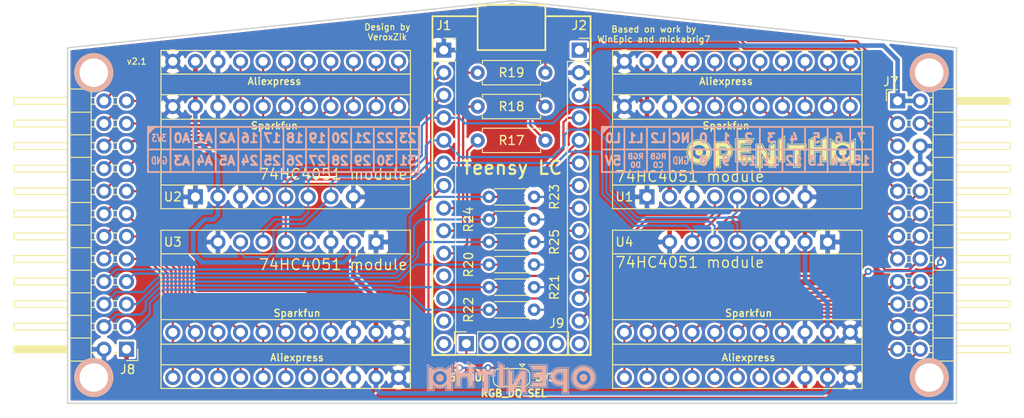
<source format=kicad_pcb>
(kicad_pcb (version 20171130) (host pcbnew "(5.1.6)-1")
  (layers (0 F.Cu signal) (31 B.Cu signal) (34 B.Paste user) (35 F.Paste user) (36 B.SilkS user) (37 F.SilkS user) (38 B.Mask user) (39 F.Mask user) (44 Edge.Cuts user))
  (net 0 "")
  (net 1 /AIR_5)
  (net 2 /AIR_4)
  (net 3 /AIR_3)
  (net 4 /AIR_2)
  (net 5 /AIR_1)
  (net 6 /AIR_0)
  (net 7 /LED_2)
  (net 8 /LED_1)
  (net 9 GND)
  (net 10 /LED_0)
  (net 11 +5V)
  (net 12 /MUX_0)
  (net 13 /MUX_1)
  (net 14 /MUX_2)
  (net 15 /KEY_7)
  (net 16 /KEY_6)
  (net 17 /KEY_5)
  (net 18 /KEY_4)
  (net 19 /KEY_3)
  (net 20 /KEY_2)
  (net 21 /KEY_1)
  (net 22 /KEY_0)
  (net 23 /KEY_8)
  (net 24 /KEY_9)
  (net 25 /KEY_10)
  (net 26 /KEY_11)
  (net 27 /KEY_12)
  (net 28 /KEY_13)
  (net 29 /KEY_14)
  (net 30 /KEY_15)
  (net 31 /RGB_DO)
  (net 32 /RGB_CO)
  (net 33 /LED_2_OUT)
  (net 34 /LED_1_OUT)
  (net 35 /LED_0_OUT)
  (net 36 +3V3)
  (net 37 /TOUCH_1)
  (net 38 /TOUCH_0)
  (net 39 "Net-(J2-Pad14)")
  (net 40 /RGB_DO_BUF)
  (net 41 /RGB_DO_OUT)
  (net 42 "Net-(J9-Pad2)")
  (net 43 "Net-(J9-Pad3)")
  (net 44 "Net-(J9-Pad4)")
  (net 45 "Net-(J9-Pad5)")
  (net 46 "Net-(J1-Pad14)")
  (net 47 "Net-(J1-Pad11)")
  (net 48 "Net-(J1-Pad12)")
  (net 49 /TOUCH_2)
  (net 50 /TOUCH_3)
  (net 51 /KEY_23)
  (net 52 /KEY_22)
  (net 53 /KEY_21)
  (net 54 /KEY_20)
  (net 55 /KEY_19)
  (net 56 /KEY_18)
  (net 57 /KEY_17)
  (net 58 /KEY_16)
  (net 59 /KEY_31)
  (net 60 /KEY_30)
  (net 61 /KEY_29)
  (net 62 /KEY_28)
  (net 63 /KEY_27)
  (net 64 /KEY_26)
  (net 65 /KEY_25)
  (net 66 /KEY_24)
  (net 67 "Net-(J1-Pad13)")
  (net 68 "Net-(J2-Pad13)")
  (module MountingHole:MountingHole_3.2mm_M3_ISO14580 (layer F.Cu) (at 201.93 50.8)
    (fp_text reference H4 hide)
    (fp_text value MountingHole)
    (pad 1 np_thru_hole circle (at 0 0) (size 3.2 3.2) (drill 3.2) (layers *.Cu *.Mask))
  )
  (module MountingHole:MountingHole_3.2mm_M3_ISO14580 (layer F.Cu) (at 201.93 85.09)
    (fp_text reference H3 hide)
    (fp_text value MountingHole)
    (pad 1 np_thru_hole circle (at 0 0) (size 3.2 3.2) (drill 3.2) (layers *.Cu *.Mask))
  )
  (module MountingHole:MountingHole_3.2mm_M3_ISO14580 (layer F.Cu) (at 107.95 50.8)
    (fp_text reference H2 hide)
    (fp_text value MountingHole)
    (pad 1 np_thru_hole circle (at 0 0) (size 3.2 3.2) (drill 3.2) (layers *.Cu *.Mask))
  )
  (module MountingHole:MountingHole_3.2mm_M3_ISO14580 (layer F.Cu) (at 107.95 85.09)
    (fp_text reference H1 hide)
    (fp_text value MountingHole)
    (pad 1 np_thru_hole circle (at 0 0) (size 3.2 3.2) (drill 3.2) (layers *.Cu *.Mask))
  )
  (module OpeNITHM:openithm-logo (layer B.Cu) (at 154.94 85.09 180)
    (fp_text reference LOGO2 hide)
    (fp_text value Logo hide)
  )
  (module OpeNITHM:openithm-logo (layer F.Cu) (at 184.15 59.69)
    (fp_text reference LOGO1 hide)
    (fp_text value Logo hide)
  )
  (module 74HC4051:74HC4051_Sparkfun_Aliexpress (layer F.Cu) (at 193.04 69.85 270)
    (fp_text reference U4 (at 0 25.4 180) (layer F.SilkS))
    (fp_text value 74HC4051)
    (fp_text user Aliexpress (at 13 11.43) (layer F.SilkS) (effects (font (size 0.8 0.8))))
    (fp_text user Sparkfun (at 8 11.43) (layer F.SilkS) (effects (font (size 0.8 0.8))))
    (fp_text user "74HC4051 module" (at 2.286 18.034) (layer F.SilkS) (effects (font (size 1.2 1.2))))
    (pad 17 thru_hole oval (at 15.24 5.08 270) (size 1.7 1.7) (drill 1) (layers *.Cu *.Mask) (net 9 GND))
    (pad 14 thru_hole oval (at 15.24 12.7 270) (size 1.7 1.7) (drill 1) (layers *.Cu *.Mask) (net 16 /KEY_6))
    (pad 16 thru_hole oval (at 15.24 7.62 270) (size 1.7 1.7) (drill 1) (layers *.Cu *.Mask) (net 15 /KEY_7))
    (pad 19 thru_hole circle (at 15.24 0 270) (size 1.7 1.7) (drill 1) (layers *.Cu *.Mask) (net 9 GND))
    (pad 12 thru_hole oval (at 15.24 17.78 270) (size 1.7 1.7) (drill 1) (layers *.Cu *.Mask) (net 17 /KEY_5))
    (pad 11 thru_hole oval (at 15.24 20.32 270) (size 1.7 1.7) (drill 1) (layers *.Cu *.Mask) (net 28 /KEY_13))
    (pad 13 thru_hole oval (at 15.24 15.24 270) (size 1.7 1.7) (drill 1) (layers *.Cu *.Mask) (net 29 /KEY_14))
    (pad 15 thru_hole oval (at 15.24 10.16 270) (size 1.7 1.7) (drill 1) (layers *.Cu *.Mask) (net 30 /KEY_15))
    (pad 10 thru_hole oval (at 15.24 22.86 270) (size 1.7 1.7) (drill 1) (layers *.Cu *.Mask) (net 18 /KEY_4))
    (pad 18 thru_hole oval (at 15.24 2.54 270) (size 1.7 1.7) (drill 1) (layers *.Cu *.Mask) (net 36 +3V3))
    (pad 9 thru_hole oval (at 15.24 25.4 270) (size 1.7 1.7) (drill 1) (layers *.Cu *.Mask) (net 27 /KEY_12))
    (pad 4 thru_hole oval (at 0 10.16 270) (size 1.7 1.7) (drill 1) (layers *.Cu *.Mask) (net 50 /TOUCH_3))
    (pad 3 thru_hole oval (at 0 7.62 270) (size 1.7 1.7) (drill 1) (layers *.Cu *.Mask) (net 9 GND))
    (pad 1 thru_hole rect (at 0 2.54 270) (size 1.7 1.7) (drill 1) (layers *.Cu *.Mask) (net 9 GND))
    (pad 7 thru_hole oval (at 0 17.78 270) (size 1.7 1.7) (drill 1) (layers *.Cu *.Mask) (net 14 /MUX_2))
    (pad 8 thru_hole oval (at 0 20.32 270) (size 1.7 1.7) (drill 1) (layers *.Cu *.Mask) (net 9 GND))
    (pad 2 thru_hole oval (at 0 5.08 270) (size 1.7 1.7) (drill 1) (layers *.Cu *.Mask) (net 36 +3V3))
    (pad 6 thru_hole oval (at 0 15.24 270) (size 1.7 1.7) (drill 1) (layers *.Cu *.Mask) (net 13 /MUX_1))
    (pad 5 thru_hole oval (at 0 12.7 270) (size 1.7 1.7) (drill 1) (layers *.Cu *.Mask) (net 12 /MUX_0))
    (pad 9 thru_hole oval (at 10.16 25.4 270) (size 1.7 1.7) (drill 1) (layers *.Cu *.Mask) (net 27 /KEY_12))
    (pad 10 thru_hole oval (at 10.16 22.86 270) (size 1.7 1.7) (drill 1) (layers *.Cu *.Mask) (net 18 /KEY_4))
    (pad 11 thru_hole oval (at 10.16 20.32 270) (size 1.7 1.7) (drill 1) (layers *.Cu *.Mask) (net 28 /KEY_13))
    (pad 12 thru_hole oval (at 10.16 17.78 270) (size 1.7 1.7) (drill 1) (layers *.Cu *.Mask) (net 17 /KEY_5))
    (pad 13 thru_hole oval (at 10.16 15.24 270) (size 1.7 1.7) (drill 1) (layers *.Cu *.Mask) (net 29 /KEY_14))
    (pad 14 thru_hole oval (at 10.16 12.7 270) (size 1.7 1.7) (drill 1) (layers *.Cu *.Mask) (net 16 /KEY_6))
    (pad 15 thru_hole oval (at 10.16 10.16 270) (size 1.7 1.7) (drill 1) (layers *.Cu *.Mask) (net 30 /KEY_15))
    (pad 16 thru_hole oval (at 10.16 7.62 270) (size 1.7 1.7) (drill 1) (layers *.Cu *.Mask) (net 15 /KEY_7))
    (pad 17 thru_hole oval (at 10.16 5.08 270) (size 1.7 1.7) (drill 1) (layers *.Cu *.Mask) (net 9 GND))
    (pad 18 thru_hole oval (at 10.16 2.54 270) (size 1.7 1.7) (drill 1) (layers *.Cu *.Mask) (net 36 +3V3))
    (pad 19 thru_hole circle (at 10.16 0 270) (size 1.7 1.7) (drill 1) (layers *.Cu *.Mask) (net 9 GND))
  )
  (module 74HC4051:74HC4051_Sparkfun_Aliexpress (layer F.Cu) (at 142.24 69.85 270)
    (fp_text reference U3 (at 0 25.4 180) (layer F.SilkS))
    (fp_text value 74HC4051)
    (fp_text user Aliexpress (at 13 11.43) (layer F.SilkS) (effects (font (size 0.8 0.8))))
    (fp_text user Sparkfun (at 8 11.43) (layer F.SilkS) (effects (font (size 0.8 0.8))))
    (fp_text user "74HC4051 module" (at 2.54 7.366) (layer F.SilkS) (effects (font (size 1.2 1.2))))
    (pad 17 thru_hole oval (at 15.24 5.08 270) (size 1.7 1.7) (drill 1) (layers *.Cu *.Mask) (net 9 GND))
    (pad 14 thru_hole oval (at 15.24 12.7 270) (size 1.7 1.7) (drill 1) (layers *.Cu *.Mask) (net 64 /KEY_26))
    (pad 16 thru_hole oval (at 15.24 7.62 270) (size 1.7 1.7) (drill 1) (layers *.Cu *.Mask) (net 63 /KEY_27))
    (pad 19 thru_hole circle (at 15.24 0 270) (size 1.7 1.7) (drill 1) (layers *.Cu *.Mask) (net 9 GND))
    (pad 12 thru_hole oval (at 15.24 17.78 270) (size 1.7 1.7) (drill 1) (layers *.Cu *.Mask) (net 65 /KEY_25))
    (pad 11 thru_hole oval (at 15.24 20.32 270) (size 1.7 1.7) (drill 1) (layers *.Cu *.Mask) (net 57 /KEY_17))
    (pad 13 thru_hole oval (at 15.24 15.24 270) (size 1.7 1.7) (drill 1) (layers *.Cu *.Mask) (net 56 /KEY_18))
    (pad 15 thru_hole oval (at 15.24 10.16 270) (size 1.7 1.7) (drill 1) (layers *.Cu *.Mask) (net 55 /KEY_19))
    (pad 10 thru_hole oval (at 15.24 22.86 270) (size 1.7 1.7) (drill 1) (layers *.Cu *.Mask) (net 66 /KEY_24))
    (pad 18 thru_hole oval (at 15.24 2.54 270) (size 1.7 1.7) (drill 1) (layers *.Cu *.Mask) (net 36 +3V3))
    (pad 9 thru_hole oval (at 15.24 25.4 270) (size 1.7 1.7) (drill 1) (layers *.Cu *.Mask) (net 58 /KEY_16))
    (pad 4 thru_hole oval (at 0 10.16 270) (size 1.7 1.7) (drill 1) (layers *.Cu *.Mask) (net 49 /TOUCH_2))
    (pad 3 thru_hole oval (at 0 7.62 270) (size 1.7 1.7) (drill 1) (layers *.Cu *.Mask) (net 9 GND))
    (pad 1 thru_hole rect (at 0 2.54 270) (size 1.7 1.7) (drill 1) (layers *.Cu *.Mask) (net 9 GND))
    (pad 7 thru_hole oval (at 0 17.78 270) (size 1.7 1.7) (drill 1) (layers *.Cu *.Mask) (net 14 /MUX_2))
    (pad 8 thru_hole oval (at 0 20.32 270) (size 1.7 1.7) (drill 1) (layers *.Cu *.Mask) (net 9 GND))
    (pad 2 thru_hole oval (at 0 5.08 270) (size 1.7 1.7) (drill 1) (layers *.Cu *.Mask) (net 36 +3V3))
    (pad 6 thru_hole oval (at 0 15.24 270) (size 1.7 1.7) (drill 1) (layers *.Cu *.Mask) (net 13 /MUX_1))
    (pad 5 thru_hole oval (at 0 12.7 270) (size 1.7 1.7) (drill 1) (layers *.Cu *.Mask) (net 12 /MUX_0))
    (pad 9 thru_hole oval (at 10.16 25.4 270) (size 1.7 1.7) (drill 1) (layers *.Cu *.Mask) (net 58 /KEY_16))
    (pad 10 thru_hole oval (at 10.16 22.86 270) (size 1.7 1.7) (drill 1) (layers *.Cu *.Mask) (net 66 /KEY_24))
    (pad 11 thru_hole oval (at 10.16 20.32 270) (size 1.7 1.7) (drill 1) (layers *.Cu *.Mask) (net 57 /KEY_17))
    (pad 12 thru_hole oval (at 10.16 17.78 270) (size 1.7 1.7) (drill 1) (layers *.Cu *.Mask) (net 65 /KEY_25))
    (pad 13 thru_hole oval (at 10.16 15.24 270) (size 1.7 1.7) (drill 1) (layers *.Cu *.Mask) (net 56 /KEY_18))
    (pad 14 thru_hole oval (at 10.16 12.7 270) (size 1.7 1.7) (drill 1) (layers *.Cu *.Mask) (net 64 /KEY_26))
    (pad 15 thru_hole oval (at 10.16 10.16 270) (size 1.7 1.7) (drill 1) (layers *.Cu *.Mask) (net 55 /KEY_19))
    (pad 16 thru_hole oval (at 10.16 7.62 270) (size 1.7 1.7) (drill 1) (layers *.Cu *.Mask) (net 63 /KEY_27))
    (pad 17 thru_hole oval (at 10.16 5.08 270) (size 1.7 1.7) (drill 1) (layers *.Cu *.Mask) (net 9 GND))
    (pad 18 thru_hole oval (at 10.16 2.54 270) (size 1.7 1.7) (drill 1) (layers *.Cu *.Mask) (net 36 +3V3))
    (pad 19 thru_hole circle (at 10.16 0 270) (size 1.7 1.7) (drill 1) (layers *.Cu *.Mask) (net 9 GND))
  )
  (module 74HC4051:74HC4051_Sparkfun_Aliexpress (layer F.Cu) (at 116.84 64.77 90)
    (fp_text reference U2 (at 0 0 180) (layer F.SilkS))
    (fp_text value 74HC4051)
    (fp_text user Aliexpress (at 13 11.43) (layer F.SilkS) (effects (font (size 0.8 0.8))))
    (fp_text user Sparkfun (at 8 11.43) (layer F.SilkS) (effects (font (size 0.8 0.8))))
    (fp_text user "74HC4051 module" (at 2.54 18.034) (layer F.SilkS) (effects (font (size 1.2 1.2))))
    (pad 17 thru_hole oval (at 15.24 5.08 90) (size 1.7 1.7) (drill 1) (layers *.Cu *.Mask) (net 9 GND))
    (pad 14 thru_hole oval (at 15.24 12.7 90) (size 1.7 1.7) (drill 1) (layers *.Cu *.Mask) (net 60 /KEY_30))
    (pad 16 thru_hole oval (at 15.24 7.62 90) (size 1.7 1.7) (drill 1) (layers *.Cu *.Mask) (net 59 /KEY_31))
    (pad 19 thru_hole circle (at 15.24 0 90) (size 1.7 1.7) (drill 1) (layers *.Cu *.Mask) (net 9 GND))
    (pad 12 thru_hole oval (at 15.24 17.78 90) (size 1.7 1.7) (drill 1) (layers *.Cu *.Mask) (net 61 /KEY_29))
    (pad 11 thru_hole oval (at 15.24 20.32 90) (size 1.7 1.7) (drill 1) (layers *.Cu *.Mask) (net 53 /KEY_21))
    (pad 13 thru_hole oval (at 15.24 15.24 90) (size 1.7 1.7) (drill 1) (layers *.Cu *.Mask) (net 52 /KEY_22))
    (pad 15 thru_hole oval (at 15.24 10.16 90) (size 1.7 1.7) (drill 1) (layers *.Cu *.Mask) (net 51 /KEY_23))
    (pad 10 thru_hole oval (at 15.24 22.86 90) (size 1.7 1.7) (drill 1) (layers *.Cu *.Mask) (net 62 /KEY_28))
    (pad 18 thru_hole oval (at 15.24 2.54 90) (size 1.7 1.7) (drill 1) (layers *.Cu *.Mask) (net 36 +3V3))
    (pad 9 thru_hole oval (at 15.24 25.4 90) (size 1.7 1.7) (drill 1) (layers *.Cu *.Mask) (net 54 /KEY_20))
    (pad 4 thru_hole oval (at 0 10.16 90) (size 1.7 1.7) (drill 1) (layers *.Cu *.Mask) (net 37 /TOUCH_1))
    (pad 3 thru_hole oval (at 0 7.62 90) (size 1.7 1.7) (drill 1) (layers *.Cu *.Mask) (net 9 GND))
    (pad 1 thru_hole rect (at 0 2.54 90) (size 1.7 1.7) (drill 1) (layers *.Cu *.Mask) (net 9 GND))
    (pad 7 thru_hole oval (at 0 17.78 90) (size 1.7 1.7) (drill 1) (layers *.Cu *.Mask) (net 14 /MUX_2))
    (pad 8 thru_hole oval (at 0 20.32 90) (size 1.7 1.7) (drill 1) (layers *.Cu *.Mask) (net 9 GND))
    (pad 2 thru_hole oval (at 0 5.08 90) (size 1.7 1.7) (drill 1) (layers *.Cu *.Mask) (net 36 +3V3))
    (pad 6 thru_hole oval (at 0 15.24 90) (size 1.7 1.7) (drill 1) (layers *.Cu *.Mask) (net 13 /MUX_1))
    (pad 5 thru_hole oval (at 0 12.7 90) (size 1.7 1.7) (drill 1) (layers *.Cu *.Mask) (net 12 /MUX_0))
    (pad 9 thru_hole oval (at 10.16 25.4 90) (size 1.7 1.7) (drill 1) (layers *.Cu *.Mask) (net 54 /KEY_20))
    (pad 10 thru_hole oval (at 10.16 22.86 90) (size 1.7 1.7) (drill 1) (layers *.Cu *.Mask) (net 62 /KEY_28))
    (pad 11 thru_hole oval (at 10.16 20.32 90) (size 1.7 1.7) (drill 1) (layers *.Cu *.Mask) (net 53 /KEY_21))
    (pad 12 thru_hole oval (at 10.16 17.78 90) (size 1.7 1.7) (drill 1) (layers *.Cu *.Mask) (net 61 /KEY_29))
    (pad 13 thru_hole oval (at 10.16 15.24 90) (size 1.7 1.7) (drill 1) (layers *.Cu *.Mask) (net 52 /KEY_22))
    (pad 14 thru_hole oval (at 10.16 12.7 90) (size 1.7 1.7) (drill 1) (layers *.Cu *.Mask) (net 60 /KEY_30))
    (pad 15 thru_hole oval (at 10.16 10.16 90) (size 1.7 1.7) (drill 1) (layers *.Cu *.Mask) (net 51 /KEY_23))
    (pad 16 thru_hole oval (at 10.16 7.62 90) (size 1.7 1.7) (drill 1) (layers *.Cu *.Mask) (net 59 /KEY_31))
    (pad 17 thru_hole oval (at 10.16 5.08 90) (size 1.7 1.7) (drill 1) (layers *.Cu *.Mask) (net 9 GND))
    (pad 18 thru_hole oval (at 10.16 2.54 90) (size 1.7 1.7) (drill 1) (layers *.Cu *.Mask) (net 36 +3V3))
    (pad 19 thru_hole circle (at 10.16 0 90) (size 1.7 1.7) (drill 1) (layers *.Cu *.Mask) (net 9 GND))
  )
  (module 74HC4051:74HC4051_Sparkfun_Aliexpress (layer F.Cu) (at 167.64 64.77 90)
    (fp_text reference U1 (at 0 0 180) (layer F.SilkS))
    (fp_text value 74HC4051)
    (fp_text user Aliexpress (at 13 11.43) (layer F.SilkS) (effects (font (size 0.8 0.8))))
    (fp_text user Sparkfun (at 8 11.43) (layer F.SilkS) (effects (font (size 0.8 0.8))))
    (fp_text user "74HC4051 module" (at 2.286 7.366) (layer F.SilkS) (effects (font (size 1.2 1.2))))
    (pad 17 thru_hole oval (at 15.24 5.08 90) (size 1.7 1.7) (drill 1) (layers *.Cu *.Mask) (net 9 GND))
    (pad 14 thru_hole oval (at 15.24 12.7 90) (size 1.7 1.7) (drill 1) (layers *.Cu *.Mask) (net 20 /KEY_2))
    (pad 16 thru_hole oval (at 15.24 7.62 90) (size 1.7 1.7) (drill 1) (layers *.Cu *.Mask) (net 19 /KEY_3))
    (pad 19 thru_hole circle (at 15.24 0 90) (size 1.7 1.7) (drill 1) (layers *.Cu *.Mask) (net 9 GND))
    (pad 12 thru_hole oval (at 15.24 17.78 90) (size 1.7 1.7) (drill 1) (layers *.Cu *.Mask) (net 21 /KEY_1))
    (pad 11 thru_hole oval (at 15.24 20.32 90) (size 1.7 1.7) (drill 1) (layers *.Cu *.Mask) (net 24 /KEY_9))
    (pad 13 thru_hole oval (at 15.24 15.24 90) (size 1.7 1.7) (drill 1) (layers *.Cu *.Mask) (net 25 /KEY_10))
    (pad 15 thru_hole oval (at 15.24 10.16 90) (size 1.7 1.7) (drill 1) (layers *.Cu *.Mask) (net 26 /KEY_11))
    (pad 10 thru_hole oval (at 15.24 22.86 90) (size 1.7 1.7) (drill 1) (layers *.Cu *.Mask) (net 22 /KEY_0))
    (pad 18 thru_hole oval (at 15.24 2.54 90) (size 1.7 1.7) (drill 1) (layers *.Cu *.Mask) (net 36 +3V3))
    (pad 9 thru_hole oval (at 15.24 25.4 90) (size 1.7 1.7) (drill 1) (layers *.Cu *.Mask) (net 23 /KEY_8))
    (pad 4 thru_hole oval (at 0 10.16 90) (size 1.7 1.7) (drill 1) (layers *.Cu *.Mask) (net 38 /TOUCH_0))
    (pad 3 thru_hole oval (at 0 7.62 90) (size 1.7 1.7) (drill 1) (layers *.Cu *.Mask) (net 9 GND))
    (pad 1 thru_hole rect (at 0 2.54 90) (size 1.7 1.7) (drill 1) (layers *.Cu *.Mask) (net 9 GND))
    (pad 7 thru_hole oval (at 0 17.78 90) (size 1.7 1.7) (drill 1) (layers *.Cu *.Mask) (net 14 /MUX_2))
    (pad 8 thru_hole oval (at 0 20.32 90) (size 1.7 1.7) (drill 1) (layers *.Cu *.Mask) (net 9 GND))
    (pad 2 thru_hole oval (at 0 5.08 90) (size 1.7 1.7) (drill 1) (layers *.Cu *.Mask) (net 36 +3V3))
    (pad 6 thru_hole oval (at 0 15.24 90) (size 1.7 1.7) (drill 1) (layers *.Cu *.Mask) (net 13 /MUX_1))
    (pad 5 thru_hole oval (at 0 12.7 90) (size 1.7 1.7) (drill 1) (layers *.Cu *.Mask) (net 12 /MUX_0))
    (pad 9 thru_hole oval (at 10.16 25.4 90) (size 1.7 1.7) (drill 1) (layers *.Cu *.Mask) (net 23 /KEY_8))
    (pad 10 thru_hole oval (at 10.16 22.86 90) (size 1.7 1.7) (drill 1) (layers *.Cu *.Mask) (net 22 /KEY_0))
    (pad 11 thru_hole oval (at 10.16 20.32 90) (size 1.7 1.7) (drill 1) (layers *.Cu *.Mask) (net 24 /KEY_9))
    (pad 12 thru_hole oval (at 10.16 17.78 90) (size 1.7 1.7) (drill 1) (layers *.Cu *.Mask) (net 21 /KEY_1))
    (pad 13 thru_hole oval (at 10.16 15.24 90) (size 1.7 1.7) (drill 1) (layers *.Cu *.Mask) (net 25 /KEY_10))
    (pad 14 thru_hole oval (at 10.16 12.7 90) (size 1.7 1.7) (drill 1) (layers *.Cu *.Mask) (net 20 /KEY_2))
    (pad 15 thru_hole oval (at 10.16 10.16 90) (size 1.7 1.7) (drill 1) (layers *.Cu *.Mask) (net 26 /KEY_11))
    (pad 16 thru_hole oval (at 10.16 7.62 90) (size 1.7 1.7) (drill 1) (layers *.Cu *.Mask) (net 19 /KEY_3))
    (pad 17 thru_hole oval (at 10.16 5.08 90) (size 1.7 1.7) (drill 1) (layers *.Cu *.Mask) (net 9 GND))
    (pad 18 thru_hole oval (at 10.16 2.54 90) (size 1.7 1.7) (drill 1) (layers *.Cu *.Mask) (net 36 +3V3))
    (pad 19 thru_hole circle (at 10.16 0 90) (size 1.7 1.7) (drill 1) (layers *.Cu *.Mask) (net 9 GND))
  )
  (module Connector_PinHeader_2.54mm:PinHeader_2x12_P2.54mm_Horizontal (layer F.Cu) (at 111.633 81.915 180)
    (fp_text reference J8 (at -0.127 -2.27) (layer F.SilkS))
    (fp_text value Conn_02x12_Odd_Even)
    (pad 24 thru_hole oval (at 2.54 27.94 180) (size 1.7 1.7) (drill 1) (layers *.Cu *.Mask) (net 59 /KEY_31))
    (pad 23 thru_hole oval (at 0 27.94 180) (size 1.7 1.7) (drill 1) (layers *.Cu *.Mask) (net 51 /KEY_23))
    (pad 22 thru_hole oval (at 2.54 25.4 180) (size 1.7 1.7) (drill 1) (layers *.Cu *.Mask) (net 60 /KEY_30))
    (pad 21 thru_hole oval (at 0 25.4 180) (size 1.7 1.7) (drill 1) (layers *.Cu *.Mask) (net 52 /KEY_22))
    (pad 20 thru_hole oval (at 2.54 22.86 180) (size 1.7 1.7) (drill 1) (layers *.Cu *.Mask) (net 61 /KEY_29))
    (pad 19 thru_hole oval (at 0 22.86 180) (size 1.7 1.7) (drill 1) (layers *.Cu *.Mask) (net 53 /KEY_21))
    (pad 18 thru_hole oval (at 2.54 20.32 180) (size 1.7 1.7) (drill 1) (layers *.Cu *.Mask) (net 62 /KEY_28))
    (pad 17 thru_hole oval (at 0 20.32 180) (size 1.7 1.7) (drill 1) (layers *.Cu *.Mask) (net 54 /KEY_20))
    (pad 16 thru_hole oval (at 2.54 17.78 180) (size 1.7 1.7) (drill 1) (layers *.Cu *.Mask) (net 63 /KEY_27))
    (pad 15 thru_hole oval (at 0 17.78 180) (size 1.7 1.7) (drill 1) (layers *.Cu *.Mask) (net 55 /KEY_19))
    (pad 14 thru_hole oval (at 2.54 15.24 180) (size 1.7 1.7) (drill 1) (layers *.Cu *.Mask) (net 64 /KEY_26))
    (pad 13 thru_hole oval (at 0 15.24 180) (size 1.7 1.7) (drill 1) (layers *.Cu *.Mask) (net 56 /KEY_18))
    (pad 12 thru_hole oval (at 2.54 12.7 180) (size 1.7 1.7) (drill 1) (layers *.Cu *.Mask) (net 65 /KEY_25))
    (pad 11 thru_hole oval (at 0 12.7 180) (size 1.7 1.7) (drill 1) (layers *.Cu *.Mask) (net 57 /KEY_17))
    (pad 10 thru_hole oval (at 2.54 10.16 180) (size 1.7 1.7) (drill 1) (layers *.Cu *.Mask) (net 66 /KEY_24))
    (pad 9 thru_hole oval (at 0 10.16 180) (size 1.7 1.7) (drill 1) (layers *.Cu *.Mask) (net 58 /KEY_16))
    (pad 8 thru_hole oval (at 2.54 7.62 180) (size 1.7 1.7) (drill 1) (layers *.Cu *.Mask) (net 1 /AIR_5))
    (pad 7 thru_hole oval (at 0 7.62 180) (size 1.7 1.7) (drill 1) (layers *.Cu *.Mask) (net 4 /AIR_2))
    (pad 6 thru_hole oval (at 2.54 5.08 180) (size 1.7 1.7) (drill 1) (layers *.Cu *.Mask) (net 2 /AIR_4))
    (pad 5 thru_hole oval (at 0 5.08 180) (size 1.7 1.7) (drill 1) (layers *.Cu *.Mask) (net 5 /AIR_1))
    (pad 4 thru_hole oval (at 2.54 2.54 180) (size 1.7 1.7) (drill 1) (layers *.Cu *.Mask) (net 3 /AIR_3))
    (pad 3 thru_hole oval (at 0 2.54 180) (size 1.7 1.7) (drill 1) (layers *.Cu *.Mask) (net 6 /AIR_0))
    (pad 2 thru_hole oval (at 2.54 0 180) (size 1.7 1.7) (drill 1) (layers *.Cu *.Mask) (net 9 GND))
    (pad 1 thru_hole rect (at 0 0 180) (size 1.7 1.7) (drill 1) (layers *.Cu *.Mask) (net 36 +3V3))
  )
  (module Connector_PinHeader_2.54mm:PinHeader_2x12_P2.54mm_Horizontal (layer F.Cu) (at 198.374 53.975)
    (fp_text reference J7 (at -0.762 -2.159) (layer F.SilkS))
    (fp_text value Conn_02x12_Odd_Even)
    (pad 24 thru_hole oval (at 2.54 27.94) (size 1.7 1.7) (drill 1) (layers *.Cu *.Mask) (net 15 /KEY_7))
    (pad 23 thru_hole oval (at 0 27.94) (size 1.7 1.7) (drill 1) (layers *.Cu *.Mask) (net 30 /KEY_15))
    (pad 22 thru_hole oval (at 2.54 25.4) (size 1.7 1.7) (drill 1) (layers *.Cu *.Mask) (net 16 /KEY_6))
    (pad 21 thru_hole oval (at 0 25.4) (size 1.7 1.7) (drill 1) (layers *.Cu *.Mask) (net 29 /KEY_14))
    (pad 20 thru_hole oval (at 2.54 22.86) (size 1.7 1.7) (drill 1) (layers *.Cu *.Mask) (net 17 /KEY_5))
    (pad 19 thru_hole oval (at 0 22.86) (size 1.7 1.7) (drill 1) (layers *.Cu *.Mask) (net 28 /KEY_13))
    (pad 18 thru_hole oval (at 2.54 20.32) (size 1.7 1.7) (drill 1) (layers *.Cu *.Mask) (net 18 /KEY_4))
    (pad 17 thru_hole oval (at 0 20.32) (size 1.7 1.7) (drill 1) (layers *.Cu *.Mask) (net 27 /KEY_12))
    (pad 16 thru_hole oval (at 2.54 17.78) (size 1.7 1.7) (drill 1) (layers *.Cu *.Mask) (net 19 /KEY_3))
    (pad 15 thru_hole oval (at 0 17.78) (size 1.7 1.7) (drill 1) (layers *.Cu *.Mask) (net 26 /KEY_11))
    (pad 14 thru_hole oval (at 2.54 15.24) (size 1.7 1.7) (drill 1) (layers *.Cu *.Mask) (net 20 /KEY_2))
    (pad 13 thru_hole oval (at 0 15.24) (size 1.7 1.7) (drill 1) (layers *.Cu *.Mask) (net 25 /KEY_10))
    (pad 12 thru_hole oval (at 2.54 12.7) (size 1.7 1.7) (drill 1) (layers *.Cu *.Mask) (net 21 /KEY_1))
    (pad 11 thru_hole oval (at 0 12.7) (size 1.7 1.7) (drill 1) (layers *.Cu *.Mask) (net 24 /KEY_9))
    (pad 10 thru_hole oval (at 2.54 10.16) (size 1.7 1.7) (drill 1) (layers *.Cu *.Mask) (net 22 /KEY_0))
    (pad 9 thru_hole oval (at 0 10.16) (size 1.7 1.7) (drill 1) (layers *.Cu *.Mask) (net 23 /KEY_8))
    (pad 8 thru_hole oval (at 2.54 7.62) (size 1.7 1.7) (drill 1) (layers *.Cu *.Mask) (net 9 GND))
    (pad 7 thru_hole oval (at 0 7.62) (size 1.7 1.7) (drill 1) (layers *.Cu *.Mask) (net 33 /LED_2_OUT))
    (pad 6 thru_hole oval (at 2.54 5.08) (size 1.7 1.7) (drill 1) (layers *.Cu *.Mask) (net 9 GND))
    (pad 5 thru_hole oval (at 0 5.08) (size 1.7 1.7) (drill 1) (layers *.Cu *.Mask) (net 34 /LED_1_OUT))
    (pad 4 thru_hole oval (at 2.54 2.54) (size 1.7 1.7) (drill 1) (layers *.Cu *.Mask) (net 41 /RGB_DO_OUT))
    (pad 3 thru_hole oval (at 0 2.54) (size 1.7 1.7) (drill 1) (layers *.Cu *.Mask) (net 35 /LED_0_OUT))
    (pad 2 thru_hole oval (at 2.54 0) (size 1.7 1.7) (drill 1) (layers *.Cu *.Mask) (net 11 +5V))
    (pad 1 thru_hole rect (at 0 0) (size 1.7 1.7) (drill 1) (layers *.Cu *.Mask) (net 11 +5V))
  )
  (module Resistor_THT:R_Axial_DIN0207_L6.3mm_D2.5mm_P7.62mm_Horizontal (layer F.Cu) (at 158.75 50.8 180)
    (fp_text reference R19 (at 3.81 0) (layer F.SilkS))
    (fp_text value 33)
    (pad 1 thru_hole circle (at 0 0 180) (size 1.6 1.6) (drill 0.8) (layers *.Cu *.Mask) (net 33 /LED_2_OUT))
    (pad 2 thru_hole oval (at 7.62 0 180) (size 1.6 1.6) (drill 0.8) (layers *.Cu *.Mask) (net 7 /LED_2))
  )
  (module Resistor_THT:R_Axial_DIN0207_L6.3mm_D2.5mm_P7.62mm_Horizontal (layer F.Cu) (at 158.75 54.61 180)
    (fp_text reference R18 (at 3.81 0) (layer F.SilkS))
    (fp_text value 33)
    (pad 2 thru_hole oval (at 7.62 0 180) (size 1.6 1.6) (drill 0.8) (layers *.Cu *.Mask) (net 8 /LED_1))
    (pad 1 thru_hole circle (at 0 0 180) (size 1.6 1.6) (drill 0.8) (layers *.Cu *.Mask) (net 34 /LED_1_OUT))
  )
  (module Resistor_THT:R_Axial_DIN0207_L6.3mm_D2.5mm_P7.62mm_Horizontal (layer F.Cu) (at 158.75 58.42 180)
    (fp_text reference R17 (at 3.81 0) (layer F.SilkS))
    (fp_text value 33)
    (pad 1 thru_hole circle (at 0 0 180) (size 1.6 1.6) (drill 0.8) (layers *.Cu *.Mask) (net 35 /LED_0_OUT))
    (pad 2 thru_hole oval (at 7.62 0 180) (size 1.6 1.6) (drill 0.8) (layers *.Cu *.Mask) (net 10 /LED_0))
  )
  (module Connector_PinSocket_2.54mm:PinSocket_1x05_P2.54mm_Vertical (layer F.Cu) (at 149.86 81.28 90)
    (fp_text reference J9 (at 2.286 10.16 180) (layer F.SilkS))
    (fp_text value Conn_01x05)
    (pad 1 thru_hole rect (at 0 0 90) (size 1.7 1.7) (drill 1) (layers *.Cu *.Mask) (net 40 /RGB_DO_BUF))
    (pad 2 thru_hole oval (at 0 2.54 90) (size 1.7 1.7) (drill 1) (layers *.Cu *.Mask) (net 42 "Net-(J9-Pad2)"))
    (pad 3 thru_hole oval (at 0 5.08 90) (size 1.7 1.7) (drill 1) (layers *.Cu *.Mask) (net 43 "Net-(J9-Pad3)"))
    (pad 4 thru_hole oval (at 0 7.62 90) (size 1.7 1.7) (drill 1) (layers *.Cu *.Mask) (net 44 "Net-(J9-Pad4)"))
    (pad 5 thru_hole oval (at 0 10.16 90) (size 1.7 1.7) (drill 1) (layers *.Cu *.Mask) (net 45 "Net-(J9-Pad5)"))
  )
  (module Jumper:SolderJumper-3_P1.3mm_Open_RoundedPad1.0x1.5mm (layer F.Cu) (at 154.94 85.09 180)
    (fp_text reference JP1 hide)
    (fp_text value SolderJumper_3_Open)
    (pad 1 smd custom (at -1.3 0 180) (size 1 0.5) (layers F.Cu F.Mask) (net 31 /RGB_DO) (options (clearance outline) (anchor rect)) (primitives (gr_circle (center 0 0.25) (end 0.5 0.25) (width 0)) (gr_circle (center 0 -0.25) (end 0.5 -0.25) (width 0)) (gr_poly (pts (xy 0.55 -0.75) (xy 0 -0.75) (xy 0 0.75) (xy 0.55 0.75)) (width 0))))
    (pad 3 smd custom (at 1.3 0 180) (size 1 0.5) (layers F.Cu F.Mask) (net 40 /RGB_DO_BUF) (options (clearance outline) (anchor rect)) (primitives (gr_circle (center 0 0.25) (end 0.5 0.25) (width 0)) (gr_circle (center 0 -0.25) (end 0.5 -0.25) (width 0)) (gr_poly (pts (xy -0.55 -0.75) (xy 0 -0.75) (xy 0 0.75) (xy -0.55 0.75)) (width 0))))
    (pad 2 smd rect (at 0 0 180) (size 1 1.5) (layers F.Cu F.Mask) (net 41 /RGB_DO_OUT))
  )
  (module Connector_PinSocket_2.54mm:PinSocket_1x14_P2.54mm_Vertical (layer F.Cu) (at 162.56 48.26)
    (fp_text reference J2 (at 0 -2.77) (layer F.SilkS))
    (fp_text value Conn_01x14)
    (pad 14 thru_hole oval (at 0 33.02) (size 1.7 1.7) (drill 1) (layers *.Cu *.Mask) (net 39 "Net-(J2-Pad14)"))
    (pad 13 thru_hole oval (at 0 30.48) (size 1.7 1.7) (drill 1) (layers *.Cu *.Mask) (net 68 "Net-(J2-Pad13)"))
    (pad 12 thru_hole oval (at 0 27.94) (size 1.7 1.7) (drill 1) (layers *.Cu *.Mask) (net 50 /TOUCH_3))
    (pad 11 thru_hole oval (at 0 25.4) (size 1.7 1.7) (drill 1) (layers *.Cu *.Mask) (net 38 /TOUCH_0))
    (pad 10 thru_hole oval (at 0 22.86) (size 1.7 1.7) (drill 1) (layers *.Cu *.Mask) (net 31 /RGB_DO))
    (pad 9 thru_hole oval (at 0 20.32) (size 1.7 1.7) (drill 1) (layers *.Cu *.Mask) (net 6 /AIR_0))
    (pad 8 thru_hole oval (at 0 17.78) (size 1.7 1.7) (drill 1) (layers *.Cu *.Mask) (net 3 /AIR_3))
    (pad 7 thru_hole oval (at 0 15.24) (size 1.7 1.7) (drill 1) (layers *.Cu *.Mask) (net 5 /AIR_1))
    (pad 6 thru_hole oval (at 0 12.7) (size 1.7 1.7) (drill 1) (layers *.Cu *.Mask) (net 2 /AIR_4))
    (pad 5 thru_hole oval (at 0 10.16) (size 1.7 1.7) (drill 1) (layers *.Cu *.Mask) (net 4 /AIR_2))
    (pad 4 thru_hole oval (at 0 7.62) (size 1.7 1.7) (drill 1) (layers *.Cu *.Mask) (net 1 /AIR_5))
    (pad 3 thru_hole oval (at 0 5.08) (size 1.7 1.7) (drill 1) (layers *.Cu *.Mask) (net 36 +3V3))
    (pad 2 thru_hole oval (at 0 2.54) (size 1.7 1.7) (drill 1) (layers *.Cu *.Mask) (net 9 GND))
    (pad 1 thru_hole rect (at 0 0) (size 1.7 1.7) (drill 1) (layers *.Cu *.Mask) (net 11 +5V))
  )
  (module Connector_PinSocket_2.54mm:PinSocket_1x14_P2.54mm_Vertical (layer F.Cu) (at 147.32 48.26)
    (fp_text reference J1 (at 0 -2.77) (layer F.SilkS))
    (fp_text value Conn_01x14)
    (pad 14 thru_hole oval (at 0 33.02) (size 1.7 1.7) (drill 1) (layers *.Cu *.Mask) (net 46 "Net-(J1-Pad14)"))
    (pad 13 thru_hole oval (at 0 30.48) (size 1.7 1.7) (drill 1) (layers *.Cu *.Mask) (net 67 "Net-(J1-Pad13)"))
    (pad 12 thru_hole oval (at 0 27.94) (size 1.7 1.7) (drill 1) (layers *.Cu *.Mask) (net 48 "Net-(J1-Pad12)"))
    (pad 11 thru_hole oval (at 0 25.4) (size 1.7 1.7) (drill 1) (layers *.Cu *.Mask) (net 47 "Net-(J1-Pad11)"))
    (pad 10 thru_hole oval (at 0 22.86) (size 1.7 1.7) (drill 1) (layers *.Cu *.Mask) (net 10 /LED_0))
    (pad 9 thru_hole oval (at 0 20.32) (size 1.7 1.7) (drill 1) (layers *.Cu *.Mask) (net 8 /LED_1))
    (pad 8 thru_hole oval (at 0 17.78) (size 1.7 1.7) (drill 1) (layers *.Cu *.Mask) (net 7 /LED_2))
    (pad 7 thru_hole oval (at 0 15.24) (size 1.7 1.7) (drill 1) (layers *.Cu *.Mask) (net 31 /RGB_DO))
    (pad 6 thru_hole oval (at 0 12.7) (size 1.7 1.7) (drill 1) (layers *.Cu *.Mask) (net 14 /MUX_2))
    (pad 5 thru_hole oval (at 0 10.16) (size 1.7 1.7) (drill 1) (layers *.Cu *.Mask) (net 13 /MUX_1))
    (pad 4 thru_hole oval (at 0 7.62) (size 1.7 1.7) (drill 1) (layers *.Cu *.Mask) (net 12 /MUX_0))
    (pad 3 thru_hole oval (at 0 5.08) (size 1.7 1.7) (drill 1) (layers *.Cu *.Mask) (net 49 /TOUCH_2))
    (pad 2 thru_hole oval (at 0 2.54) (size 1.7 1.7) (drill 1) (layers *.Cu *.Mask) (net 37 /TOUCH_1))
    (pad 1 thru_hole rect (at 0 0) (size 1.7 1.7) (drill 1) (layers *.Cu *.Mask) (net 9 GND))
  )
  (module Resistor_THT:R_Axial_DIN0204_L3.6mm_D1.6mm_P5.08mm_Horizontal (layer F.Cu) (at 152.4 77.47)
    (fp_text reference R22 (at -2.286 0 90) (layer F.SilkS))
    (fp_text value R_AIR)
    (pad 2 thru_hole oval (at 5.08 0) (size 1.4 1.4) (drill 0.7) (layers *.Cu *.Mask) (net 9 GND))
    (pad 1 thru_hole circle (at 0 0) (size 1.4 1.4) (drill 0.7) (layers *.Cu *.Mask) (net 6 /AIR_0))
  )
  (module Resistor_THT:R_Axial_DIN0204_L3.6mm_D1.6mm_P5.08mm_Horizontal (layer F.Cu) (at 152.4 72.39)
    (fp_text reference R20 (at -2.286 0 90) (layer F.SilkS))
    (fp_text value R_AIR)
    (pad 2 thru_hole oval (at 5.08 0) (size 1.4 1.4) (drill 0.7) (layers *.Cu *.Mask) (net 9 GND))
    (pad 1 thru_hole circle (at 0 0) (size 1.4 1.4) (drill 0.7) (layers *.Cu *.Mask) (net 5 /AIR_1))
  )
  (module Resistor_THT:R_Axial_DIN0204_L3.6mm_D1.6mm_P5.08mm_Horizontal (layer F.Cu) (at 152.4 67.31)
    (fp_text reference R24 (at -2.286 0 90) (layer F.SilkS))
    (fp_text value R_AIR)
    (pad 1 thru_hole circle (at 0 0) (size 1.4 1.4) (drill 0.7) (layers *.Cu *.Mask) (net 4 /AIR_2))
    (pad 2 thru_hole oval (at 5.08 0) (size 1.4 1.4) (drill 0.7) (layers *.Cu *.Mask) (net 9 GND))
  )
  (module Resistor_THT:R_Axial_DIN0204_L3.6mm_D1.6mm_P5.08mm_Horizontal (layer F.Cu) (at 152.4 74.93)
    (fp_text reference R21 (at 7.366 0 90) (layer F.SilkS))
    (fp_text value R_AIR)
    (pad 2 thru_hole oval (at 5.08 0) (size 1.4 1.4) (drill 0.7) (layers *.Cu *.Mask) (net 9 GND))
    (pad 1 thru_hole circle (at 0 0) (size 1.4 1.4) (drill 0.7) (layers *.Cu *.Mask) (net 3 /AIR_3))
  )
  (module Resistor_THT:R_Axial_DIN0204_L3.6mm_D1.6mm_P5.08mm_Horizontal (layer F.Cu) (at 152.4 69.85)
    (fp_text reference R25 (at 7.366 0 90) (layer F.SilkS))
    (fp_text value R_AIR)
    (pad 1 thru_hole circle (at 0 0) (size 1.4 1.4) (drill 0.7) (layers *.Cu *.Mask) (net 2 /AIR_4))
    (pad 2 thru_hole oval (at 5.08 0) (size 1.4 1.4) (drill 0.7) (layers *.Cu *.Mask) (net 9 GND))
  )
  (module Resistor_THT:R_Axial_DIN0204_L3.6mm_D1.6mm_P5.08mm_Horizontal (layer F.Cu) (at 152.4 64.77)
    (fp_text reference R23 (at 7.366 0 90) (layer F.SilkS))
    (fp_text value R_AIR)
    (pad 2 thru_hole oval (at 5.08 0) (size 1.4 1.4) (drill 0.7) (layers *.Cu *.Mask) (net 9 GND))
    (pad 1 thru_hole circle (at 0 0) (size 1.4 1.4) (drill 0.7) (layers *.Cu *.Mask) (net 1 /AIR_5))
  )
  (gr_text "RGB\nD0" (at 168.91 60.706) (layer B.SilkS) (effects (font (size 0.6 0.6)) (justify mirror)))
  (gr_text "RGB\nC0" (at 171.45 60.706) (layer B.SilkS) (effects (font (size 0.6 0.6)) (justify mirror)))
  (gr_text 10 (at 181.61 60.706) (layer B.SilkS) (effects (font (size 1 1) (thickness 0.25)) (justify mirror)))
  (gr_text 11 (at 184.15 60.706) (layer B.SilkS) (effects (font (size 1 1) (thickness 0.25)) (justify mirror)))
  (gr_text 8 (at 176.53 60.706) (layer B.SilkS) (effects (font (size 1 1) (thickness 0.25)) (justify mirror)))
  (gr_text 9 (at 179.07 60.706) (layer B.SilkS) (effects (font (size 1 1) (thickness 0.25)) (justify mirror)))
  (gr_text 14 (at 191.77 60.706) (layer B.SilkS) (effects (font (size 1 1) (thickness 0.25)) (justify mirror)))
  (gr_text 13 (at 189.23 60.706) (layer B.SilkS) (effects (font (size 1 1) (thickness 0.25)) (justify mirror)))
  (gr_text 12 (at 186.69 60.706) (layer B.SilkS) (effects (font (size 1 1) (thickness 0.25)) (justify mirror)))
  (gr_text 15 (at 194.31 60.706) (layer B.SilkS) (effects (font (size 1 1) (thickness 0.25)) (justify mirror)))
  (gr_text 5V (at 166.37 60.706) (layer B.SilkS) (effects (font (size 1 1) (thickness 0.25)) (justify mirror)))
  (gr_line (start 144.526 61.976) (end 144.526 56.896) (layer B.SilkS) (width 0.2))
  (gr_text 26 (at 130.556 60.706) (layer B.SilkS) (effects (font (size 1 1) (thickness 0.25)) (justify mirror)))
  (gr_text 29 (at 138.176 60.706) (layer B.SilkS) (effects (font (size 1 1) (thickness 0.25)) (justify mirror)))
  (gr_text 25 (at 128.016 60.706) (layer B.SilkS) (effects (font (size 1 1) (thickness 0.25)) (justify mirror)))
  (gr_text 27 (at 133.096 60.706) (layer B.SilkS) (effects (font (size 1 1) (thickness 0.25)) (justify mirror)))
  (gr_text 24 (at 125.476 60.706) (layer B.SilkS) (effects (font (size 1 1) (thickness 0.25)) (justify mirror)))
  (gr_text 28 (at 135.636 60.706) (layer B.SilkS) (effects (font (size 1 1) (thickness 0.25)) (justify mirror)))
  (gr_text 31 (at 143.256 60.706) (layer B.SilkS) (effects (font (size 1 1) (thickness 0.25)) (justify mirror)))
  (gr_text 30 (at 140.716 60.706) (layer B.SilkS) (effects (font (size 1 1) (thickness 0.25)) (justify mirror)))
  (gr_text 22 (at 140.716 58.166) (layer B.SilkS) (effects (font (size 1 1) (thickness 0.25)) (justify mirror)))
  (gr_text 23 (at 143.256 58.166) (layer B.SilkS) (effects (font (size 1 1) (thickness 0.25)) (justify mirror)))
  (gr_text 3V3 (at 115.316 58.166) (layer B.SilkS) (effects (font (size 0.8 0.6)) (justify mirror)))
  (gr_text GND (at 115.316 60.706) (layer B.SilkS) (effects (font (size 0.8 0.6)) (justify mirror)))
  (gr_line (start 144.526 61.976) (end 114.046 61.976) (layer B.SilkS) (width 0.2))
  (gr_line (start 195.58 61.976) (end 165.1 61.976) (layer B.SilkS) (width 0.2))
  (gr_text 16 (at 125.476 58.166) (layer B.SilkS) (effects (font (size 1 1) (thickness 0.25)) (justify mirror)))
  (gr_text A3 (at 117.856 60.706) (layer B.SilkS) (effects (font (size 1 1) (thickness 0.25)) (justify mirror)))
  (gr_text A0 (at 117.856 58.166) (layer B.SilkS) (effects (font (size 1 1) (thickness 0.25)) (justify mirror)))
  (gr_text A2 (at 122.936 58.166) (layer B.SilkS) (effects (font (size 1 1) (thickness 0.25)) (justify mirror)))
  (gr_text A1 (at 120.396 58.166) (layer B.SilkS) (effects (font (size 1 1) (thickness 0.25)) (justify mirror)))
  (gr_text A4 (at 120.396 60.706) (layer B.SilkS) (effects (font (size 1 1) (thickness 0.25)) (justify mirror)))
  (gr_text A5 (at 122.936 60.706) (layer B.SilkS) (effects (font (size 1 1) (thickness 0.25)) (justify mirror)))
  (gr_text 21 (at 138.176 58.166) (layer B.SilkS) (effects (font (size 1 1) (thickness 0.25)) (justify mirror)))
  (gr_text 19 (at 133.096 58.166) (layer B.SilkS) (effects (font (size 1 1) (thickness 0.25)) (justify mirror)))
  (gr_text 18 (at 130.556 58.166) (layer B.SilkS) (effects (font (size 1 1) (thickness 0.25)) (justify mirror)))
  (gr_text 17 (at 128.016 58.166) (layer B.SilkS) (effects (font (size 1 1) (thickness 0.25)) (justify mirror)))
  (gr_text 20 (at 135.636 58.166) (layer B.SilkS) (effects (font (size 1 1) (thickness 0.25)) (justify mirror)))
  (gr_line (start 144.526 59.436) (end 114.046 59.436) (layer B.SilkS) (width 0.2))
  (gr_line (start 126.746 61.976) (end 126.746 56.896) (layer B.SilkS) (width 0.2))
  (gr_line (start 134.366 61.976) (end 134.366 56.896) (layer B.SilkS) (width 0.2))
  (gr_line (start 121.666 56.896) (end 121.666 61.976) (layer B.SilkS) (width 0.2))
  (gr_line (start 129.286 61.976) (end 129.286 56.896) (layer B.SilkS) (width 0.2))
  (gr_line (start 114.046 61.976) (end 114.046 56.896) (layer B.SilkS) (width 0.2))
  (gr_line (start 144.526 56.896) (end 114.046 56.896) (layer B.SilkS) (width 0.2))
  (gr_line (start 124.206 61.976) (end 124.206 56.896) (layer B.SilkS) (width 0.2))
  (gr_line (start 131.826 61.976) (end 131.826 56.896) (layer B.SilkS) (width 0.2))
  (gr_line (start 114.046 57.404) (end 114.3 56.896) (layer B.SilkS) (width 0.2))
  (gr_line (start 114.046 57.658) (end 114.554 56.896) (layer B.SilkS) (width 0.2))
  (gr_line (start 114.808 56.896) (end 114.046 57.658) (layer B.SilkS) (width 0.2))
  (gr_line (start 119.126 61.976) (end 119.126 56.896) (layer B.SilkS) (width 0.2))
  (gr_line (start 114.554 56.896) (end 114.046 57.404) (layer B.SilkS) (width 0.2))
  (gr_line (start 116.586 56.896) (end 116.586 61.976) (layer B.SilkS) (width 0.2))
  (gr_line (start 141.986 61.976) (end 141.986 56.896) (layer B.SilkS) (width 0.2))
  (gr_line (start 136.906 61.976) (end 136.906 56.896) (layer B.SilkS) (width 0.2))
  (gr_line (start 139.446 61.976) (end 139.446 56.896) (layer B.SilkS) (width 0.2))
  (gr_text 4 (at 186.69 58.166) (layer B.SilkS) (effects (font (size 1 1) (thickness 0.25)) (justify mirror)))
  (gr_text 6 (at 191.77 58.166) (layer B.SilkS) (effects (font (size 1 1) (thickness 0.25)) (justify mirror)))
  (gr_text 7 (at 194.31 58.166) (layer B.SilkS) (effects (font (size 1 1) (thickness 0.25)) (justify mirror)))
  (gr_text 5 (at 189.23 58.166) (layer B.SilkS) (effects (font (size 1 1) (thickness 0.25)) (justify mirror)))
  (gr_line (start 187.96 61.976) (end 187.96 56.896) (layer B.SilkS) (width 0.2))
  (gr_line (start 195.58 61.976) (end 195.58 56.896) (layer B.SilkS) (width 0.2))
  (gr_line (start 190.5 61.976) (end 190.5 56.896) (layer B.SilkS) (width 0.2))
  (gr_line (start 193.04 61.976) (end 193.04 56.896) (layer B.SilkS) (width 0.2))
  (gr_text v2.1 (at 112.776 49.53) (layer F.SilkS) (effects (font (size 0.7 0.7) (thickness 0.125))))
  (gr_text "RGB_DO SEL" (at 155.194 86.868) (layer F.SilkS) (effects (font (size 0.8 0.8) (thickness 0.2))))
  (gr_text GND (at 173.99 60.706) (layer B.SilkS) (effects (font (size 0.8 0.6)) (justify mirror)))
  (gr_text L0 (at 166.37 58.166) (layer B.SilkS) (effects (font (size 1 1) (thickness 0.25)) (justify mirror)))
  (gr_text 3 (at 184.15 58.166) (layer B.SilkS) (effects (font (size 1 1) (thickness 0.25)) (justify mirror)))
  (gr_text 1 (at 179.07 58.166) (layer B.SilkS) (effects (font (size 1 1) (thickness 0.25)) (justify mirror)))
  (gr_text NC (at 173.99 58.166) (layer B.SilkS) (effects (font (size 1 1) (thickness 0.25)) (justify mirror)))
  (gr_text 0 (at 176.53 58.166) (layer B.SilkS) (effects (font (size 1 1) (thickness 0.25)) (justify mirror)))
  (gr_text L2 (at 171.45 58.166) (layer B.SilkS) (effects (font (size 1 1) (thickness 0.25)) (justify mirror)))
  (gr_text L1 (at 168.91 58.166) (layer B.SilkS) (effects (font (size 1 1) (thickness 0.25)) (justify mirror)))
  (gr_text 2 (at 181.61 58.166) (layer B.SilkS) (effects (font (size 1 1) (thickness 0.25)) (justify mirror)))
  (gr_line (start 195.58 56.896) (end 165.1 56.896) (layer B.SilkS) (width 0.2))
  (gr_line (start 185.42 61.976) (end 185.42 56.896) (layer B.SilkS) (width 0.2))
  (gr_line (start 165.1 61.976) (end 165.1 56.896) (layer B.SilkS) (width 0.2))
  (gr_line (start 180.34 61.976) (end 180.34 56.896) (layer B.SilkS) (width 0.2))
  (gr_line (start 177.8 61.976) (end 177.8 56.896) (layer B.SilkS) (width 0.2))
  (gr_line (start 195.58 59.436) (end 165.1 59.436) (layer B.SilkS) (width 0.2))
  (gr_line (start 172.72 56.896) (end 172.72 61.976) (layer B.SilkS) (width 0.2))
  (gr_line (start 167.64 56.896) (end 167.64 61.976) (layer B.SilkS) (width 0.2))
  (gr_line (start 175.26 61.976) (end 175.26 56.896) (layer B.SilkS) (width 0.2))
  (gr_line (start 170.18 61.976) (end 170.18 56.896) (layer B.SilkS) (width 0.2))
  (gr_line (start 182.88 61.976) (end 182.88 56.896) (layer B.SilkS) (width 0.2))
  (gr_line (start 165.1 57.404) (end 165.354 56.896) (layer B.SilkS) (width 0.2))
  (gr_line (start 165.1 57.658) (end 165.608 56.896) (layer B.SilkS) (width 0.2))
  (gr_line (start 165.862 56.896) (end 165.1 57.658) (layer B.SilkS) (width 0.2))
  (gr_line (start 165.608 56.896) (end 165.1 57.404) (layer B.SilkS) (width 0.2))
  (gr_text "5V BUF" (at 150.114 85.09) (layer F.SilkS) (effects (font (size 0.8 0.8) (thickness 0.2))))
  (gr_text 3V3 (at 158.75 85.09) (layer F.SilkS) (effects (font (size 0.8 0.8) (thickness 0.2))))
  (gr_text "Based on work by\nWinEpic and mickabrig7" (at 170.942 46.482) (layer F.SilkS) (effects (font (size 0.7 0.7) (thickness 0.125))))
  (gr_circle (center 201.93 50.8) (end 203.63 50.8) (layer B.SilkS) (width 1))
  (gr_circle (center 201.93 85.09) (end 203.63 85.09) (layer B.SilkS) (width 1))
  (gr_circle (center 107.95 85.09) (end 109.65 85.09) (layer B.SilkS) (width 1))
  (gr_circle (center 107.95 50.8) (end 109.65 50.8) (layer B.SilkS) (width 1))
  (gr_text "Design by\nVeroxZik" (at 140.97 46.228) (layer F.SilkS) (effects (font (size 0.7 0.7) (thickness 0.125))))
  (gr_circle (center 107.95 50.8) (end 109.65 50.8) (layer F.SilkS) (width 1))
  (gr_circle (center 107.95 85.09) (end 109.65 85.09) (layer F.SilkS) (width 1))
  (gr_circle (center 201.93 85.09) (end 203.63 85.09) (layer F.SilkS) (width 1))
  (gr_circle (center 201.93 50.8) (end 203.63 50.8) (layer F.SilkS) (width 1))
  (gr_line (start 158.75 44.45) (end 163.83 44.45) (layer F.SilkS) (width 0.2))
  (gr_line (start 146.05 44.45) (end 151.13 44.45) (layer F.SilkS) (width 0.2))
  (gr_line (start 158.75 48.26) (end 158.75 43.18) (layer F.SilkS) (width 0.2))
  (gr_line (start 151.13 48.26) (end 158.75 48.26) (layer F.SilkS) (width 0.2))
  (gr_line (start 151.13 43.18) (end 151.13 48.26) (layer F.SilkS) (width 0.2))
  (gr_line (start 151.13 43.18) (end 158.75 43.18) (layer F.SilkS) (width 0.2))
  (gr_line (start 146.05 44.45) (end 146.05 82.55) (layer F.SilkS) (width 0.2))
  (gr_line (start 163.83 82.55) (end 163.83 44.45) (layer F.SilkS) (width 0.2))
  (gr_line (start 146.05 82.55) (end 163.83 82.55) (layer F.SilkS) (width 0.2))
  (gr_text "Teensy LC" (at 155 61.5) (layer F.SilkS) (effects (font (size 1.5 1.5) (thickness 0.25))))
  (gr_line (start 155 42.7) (end 205 48) (layer Edge.Cuts) (width 0.15))
  (gr_line (start 155 42.7) (end 105 48) (layer Edge.Cuts) (width 0.15))
  (gr_line (start 105 48) (end 105 88) (layer Edge.Cuts) (width 0.15))
  (gr_line (start 205 88) (end 205 48) (layer Edge.Cuts) (width 0.15))
  (gr_line (start 105 88) (end 205 88) (layer Edge.Cuts) (width 0.15))
  (segment (start 153.389949 64.77) (end 152.4 64.77) (width 0.25) (layer F.Cu) (net 1))
  (segment (start 154.913949 63.246) (end 153.389949 64.77) (width 0.25) (layer F.Cu) (net 1))
  (segment (start 162.56 55.88) (end 161.29 55.88) (width 0.25) (layer F.Cu) (net 1))
  (segment (start 160.782 56.388) (end 160.782 59.436) (width 0.25) (layer F.Cu) (net 1))
  (segment (start 160.782 59.436) (end 156.972 63.246) (width 0.25) (layer F.Cu) (net 1))
  (segment (start 156.972 63.246) (end 154.913949 63.246) (width 0.25) (layer F.Cu) (net 1))
  (segment (start 161.29 55.88) (end 160.782 56.388) (width 0.25) (layer F.Cu) (net 1))
  (segment (start 152.4 64.77) (end 145.796 64.77) (width 0.25) (layer B.Cu) (net 1))
  (segment (start 145.796 64.77) (end 143.51 67.056) (width 0.25) (layer B.Cu) (net 1))
  (segment (start 143.51 67.056) (end 143.51 71.12) (width 0.25) (layer B.Cu) (net 1))
  (segment (start 110.457999 72.930001) (end 109.942999 73.445001) (width 0.25) (layer B.Cu) (net 1))
  (segment (start 109.942999 73.445001) (end 109.093 74.295) (width 0.25) (layer B.Cu) (net 1))
  (segment (start 141.699999 72.930001) (end 110.457999 72.930001) (width 0.25) (layer B.Cu) (net 1))
  (segment (start 143.51 71.12) (end 141.699999 72.930001) (width 0.25) (layer B.Cu) (net 1))
  (segment (start 153.389949 69.85) (end 154.659949 68.58) (width 0.25) (layer F.Cu) (net 2))
  (segment (start 152.4 69.85) (end 153.389949 69.85) (width 0.25) (layer F.Cu) (net 2))
  (segment (start 159.17797 68.15203) (end 159.17797 62.56403) (width 0.25) (layer F.Cu) (net 2))
  (segment (start 154.659949 68.58) (end 158.75 68.58) (width 0.25) (layer F.Cu) (net 2))
  (segment (start 158.75 68.58) (end 159.17797 68.15203) (width 0.25) (layer F.Cu) (net 2))
  (segment (start 160.782 60.96) (end 162.56 60.96) (width 0.25) (layer F.Cu) (net 2))
  (segment (start 159.17797 62.56403) (end 160.782 60.96) (width 0.25) (layer F.Cu) (net 2))
  (segment (start 115.11999 73.85601) (end 113.505999 75.470001) (width 0.25) (layer B.Cu) (net 2))
  (segment (start 152.4 69.85) (end 145.172019 69.85) (width 0.25) (layer B.Cu) (net 2))
  (segment (start 144.410018 71.492802) (end 142.04681 73.85601) (width 0.25) (layer B.Cu) (net 2))
  (segment (start 144.410019 70.612) (end 144.410018 71.492802) (width 0.25) (layer B.Cu) (net 2))
  (segment (start 145.172019 69.85) (end 144.410019 70.612) (width 0.25) (layer B.Cu) (net 2))
  (segment (start 142.04681 73.85601) (end 115.11999 73.85601) (width 0.25) (layer B.Cu) (net 2))
  (segment (start 110.457999 75.470001) (end 109.093 76.835) (width 0.25) (layer B.Cu) (net 2))
  (segment (start 113.505999 75.470001) (end 110.457999 75.470001) (width 0.25) (layer B.Cu) (net 2))
  (segment (start 153.389949 74.93) (end 154.659949 73.66) (width 0.25) (layer F.Cu) (net 3))
  (segment (start 152.4 74.93) (end 153.389949 74.93) (width 0.25) (layer F.Cu) (net 3))
  (segment (start 159.258 73.66) (end 160.07799 72.84001) (width 0.25) (layer F.Cu) (net 3))
  (segment (start 154.659949 73.66) (end 159.258 73.66) (width 0.25) (layer F.Cu) (net 3))
  (segment (start 160.07799 72.84001) (end 160.07799 66.99801) (width 0.25) (layer F.Cu) (net 3))
  (segment (start 161.036 66.04) (end 162.56 66.04) (width 0.25) (layer F.Cu) (net 3))
  (segment (start 160.07799 66.99801) (end 161.036 66.04) (width 0.25) (layer F.Cu) (net 3))
  (segment (start 110.457999 78.010001) (end 109.942999 78.525001) (width 0.25) (layer B.Cu) (net 3))
  (segment (start 113.792 77.47) (end 113.251999 78.010001) (width 0.25) (layer B.Cu) (net 3))
  (segment (start 109.942999 78.525001) (end 109.093 79.375) (width 0.25) (layer B.Cu) (net 3))
  (segment (start 152.4 74.93) (end 141.986 74.93) (width 0.25) (layer B.Cu) (net 3))
  (segment (start 113.251999 78.010001) (end 110.457999 78.010001) (width 0.25) (layer B.Cu) (net 3))
  (segment (start 141.81203 74.75603) (end 115.550461 74.75603) (width 0.25) (layer B.Cu) (net 3))
  (segment (start 141.986 74.93) (end 141.81203 74.75603) (width 0.25) (layer B.Cu) (net 3))
  (segment (start 115.550461 74.75603) (end 113.792 76.514491) (width 0.25) (layer B.Cu) (net 3))
  (segment (start 113.792 76.514491) (end 113.792 77.47) (width 0.25) (layer B.Cu) (net 3))
  (segment (start 153.67 66.04) (end 152.4 67.31) (width 0.25) (layer F.Cu) (net 4))
  (segment (start 158.496 66.04) (end 153.67 66.04) (width 0.25) (layer F.Cu) (net 4))
  (segment (start 162.56 58.42) (end 158.727961 62.252039) (width 0.25) (layer F.Cu) (net 4))
  (segment (start 158.72796 65.80804) (end 158.496 66.04) (width 0.25) (layer F.Cu) (net 4))
  (segment (start 158.727961 62.252039) (end 158.72796 65.80804) (width 0.25) (layer F.Cu) (net 4))
  (segment (start 152.4 67.31) (end 144.72201 67.31) (width 0.25) (layer B.Cu) (net 4))
  (segment (start 143.960009 71.306401) (end 141.86041 73.406) (width 0.25) (layer B.Cu) (net 4))
  (segment (start 144.72201 67.31) (end 143.96001 68.072) (width 0.25) (layer B.Cu) (net 4))
  (segment (start 143.96001 68.072) (end 143.960009 71.306401) (width 0.25) (layer B.Cu) (net 4))
  (segment (start 112.522 73.406) (end 111.633 74.295) (width 0.25) (layer B.Cu) (net 4))
  (segment (start 141.86041 73.406) (end 112.522 73.406) (width 0.25) (layer B.Cu) (net 4))
  (segment (start 153.389949 72.39) (end 154.659949 71.12) (width 0.25) (layer F.Cu) (net 5))
  (segment (start 152.4 72.39) (end 153.389949 72.39) (width 0.25) (layer F.Cu) (net 5))
  (segment (start 159.004 71.12) (end 159.62798 70.49602) (width 0.25) (layer F.Cu) (net 5))
  (segment (start 154.659949 71.12) (end 159.004 71.12) (width 0.25) (layer F.Cu) (net 5))
  (segment (start 159.62798 70.49602) (end 159.62798 64.65402) (width 0.25) (layer F.Cu) (net 5))
  (segment (start 160.782 63.5) (end 162.56 63.5) (width 0.25) (layer F.Cu) (net 5))
  (segment (start 159.62798 64.65402) (end 160.782 63.5) (width 0.25) (layer F.Cu) (net 5))
  (segment (start 152.4 72.39) (end 144.14923 72.39) (width 0.25) (layer B.Cu) (net 5))
  (segment (start 144.14923 72.39) (end 142.23321 74.30602) (width 0.25) (layer B.Cu) (net 5))
  (segment (start 142.23321 74.30602) (end 115.316 74.30602) (width 0.25) (layer B.Cu) (net 5))
  (segment (start 112.835081 76.835) (end 111.633 76.835) (width 0.25) (layer B.Cu) (net 5))
  (segment (start 115.316 74.354081) (end 112.835081 76.835) (width 0.25) (layer B.Cu) (net 5))
  (segment (start 115.316 74.30602) (end 115.316 74.354081) (width 0.25) (layer B.Cu) (net 5))
  (segment (start 153.389949 77.47) (end 154.659949 76.2) (width 0.25) (layer F.Cu) (net 6))
  (segment (start 152.4 77.47) (end 153.389949 77.47) (width 0.25) (layer F.Cu) (net 6))
  (segment (start 154.659949 76.2) (end 159.512 76.2) (width 0.25) (layer F.Cu) (net 6))
  (segment (start 159.512 76.2) (end 160.528 75.184) (width 0.25) (layer F.Cu) (net 6))
  (segment (start 160.528 75.184) (end 160.528 69.088) (width 0.25) (layer F.Cu) (net 6))
  (segment (start 161.036 68.58) (end 162.56 68.58) (width 0.25) (layer F.Cu) (net 6))
  (segment (start 160.528 69.088) (end 161.036 68.58) (width 0.25) (layer F.Cu) (net 6))
  (segment (start 152.4 77.47) (end 145.288 77.47) (width 0.25) (layer B.Cu) (net 6))
  (segment (start 141.67401 75.38001) (end 141.50004 75.20604) (width 0.25) (layer B.Cu) (net 6))
  (segment (start 145.288 77.47) (end 143.19801 75.38001) (width 0.25) (layer B.Cu) (net 6))
  (segment (start 143.19801 75.38001) (end 141.67401 75.38001) (width 0.25) (layer B.Cu) (net 6))
  (segment (start 141.50004 75.20604) (end 115.736861 75.20604) (width 0.25) (layer B.Cu) (net 6))
  (segment (start 115.736861 75.20604) (end 114.24201 76.700891) (width 0.25) (layer B.Cu) (net 6))
  (segment (start 112.835081 79.375) (end 111.633 79.375) (width 0.25) (layer B.Cu) (net 6))
  (segment (start 114.242009 77.968072) (end 112.835081 79.375) (width 0.25) (layer B.Cu) (net 6))
  (segment (start 114.24201 76.700891) (end 114.242009 77.968072) (width 0.25) (layer B.Cu) (net 6))
  (segment (start 149 51.75) (end 149 65.4) (width 0.25) (layer F.Cu) (net 7))
  (segment (start 151.13 50.8) (end 149.95 50.8) (width 0.25) (layer F.Cu) (net 7))
  (segment (start 148.36 66.04) (end 147.32 66.04) (width 0.25) (layer F.Cu) (net 7))
  (segment (start 149 65.4) (end 148.36 66.04) (width 0.25) (layer F.Cu) (net 7))
  (segment (start 149.95 50.8) (end 149 51.75) (width 0.25) (layer F.Cu) (net 7))
  (segment (start 148.82 68.58) (end 147.32 68.58) (width 0.25) (layer F.Cu) (net 8))
  (segment (start 149.5 67.9) (end 148.82 68.58) (width 0.25) (layer F.Cu) (net 8))
  (segment (start 149.5 55.25) (end 149.5 67.9) (width 0.25) (layer F.Cu) (net 8))
  (segment (start 151.13 54.61) (end 150.14 54.61) (width 0.25) (layer F.Cu) (net 8))
  (segment (start 150.14 54.61) (end 149.5 55.25) (width 0.25) (layer F.Cu) (net 8))
  (segment (start 157.48 77.47) (end 160.02 77.47) (width 0.25) (layer B.Cu) (net 9))
  (segment (start 157.48 74.93) (end 160.02 74.93) (width 0.25) (layer B.Cu) (net 9))
  (segment (start 157.48 72.39) (end 160.02 72.39) (width 0.25) (layer B.Cu) (net 9))
  (segment (start 157.48 69.85) (end 160.02 69.85) (width 0.25) (layer B.Cu) (net 9))
  (segment (start 157.48 67.31) (end 160.02 67.31) (width 0.25) (layer B.Cu) (net 9))
  (segment (start 157.48 64.77) (end 160.02 64.77) (width 0.25) (layer B.Cu) (net 9))
  (segment (start 148.88 71.12) (end 147.32 71.12) (width 0.25) (layer F.Cu) (net 10))
  (segment (start 151.13 58.42) (end 149.95001 59.59999) (width 0.25) (layer F.Cu) (net 10))
  (segment (start 149.95001 70.04999) (end 148.88 71.12) (width 0.25) (layer F.Cu) (net 10))
  (segment (start 149.95001 59.59999) (end 149.95001 70.04999) (width 0.25) (layer F.Cu) (net 10))
  (segment (start 163.918 48.26) (end 164.428 47.75) (width 0.508) (layer B.Cu) (net 11))
  (segment (start 162.56 48.26) (end 163.918 48.26) (width 0.508) (layer B.Cu) (net 11))
  (segment (start 164.428 47.75) (end 196.75 47.75) (width 0.508) (layer B.Cu) (net 11))
  (segment (start 200.914 53.975) (end 198.374 53.975) (width 0.508) (layer B.Cu) (net 11))
  (segment (start 198.374 49.374) (end 196.75 47.75) (width 0.508) (layer B.Cu) (net 11))
  (segment (start 198.374 53.975) (end 198.374 49.374) (width 0.508) (layer B.Cu) (net 11))
  (segment (start 180.34 67.818) (end 180.34 69.85) (width 0.25) (layer B.Cu) (net 12))
  (segment (start 169.0964 67.11399) (end 179.63599 67.11399) (width 0.25) (layer B.Cu) (net 12))
  (segment (start 164.686999 54.704999) (end 166.05801 56.07601) (width 0.25) (layer B.Cu) (net 12))
  (segment (start 166.05801 56.07601) (end 166.05801 64.0756) (width 0.25) (layer B.Cu) (net 12))
  (segment (start 179.63599 67.11399) (end 180.34 67.818) (width 0.25) (layer B.Cu) (net 12))
  (segment (start 166.05801 64.0756) (end 169.0964 67.11399) (width 0.25) (layer B.Cu) (net 12))
  (segment (start 161.384999 54.704999) (end 164.686999 54.704999) (width 0.25) (layer B.Cu) (net 12))
  (segment (start 180.34 66.40998) (end 180.34 64.77) (width 0.25) (layer B.Cu) (net 12))
  (segment (start 179.63599 67.11399) (end 180.34 66.40998) (width 0.25) (layer B.Cu) (net 12))
  (segment (start 129.54 64.77) (end 129.54 69.85) (width 0.25) (layer F.Cu) (net 12))
  (segment (start 145.72 55.88) (end 147.32 55.88) (width 0.25) (layer B.Cu) (net 12))
  (segment (start 129.54 63.246) (end 131.318 61.468) (width 0.25) (layer B.Cu) (net 12))
  (segment (start 144.84999 60.1136) (end 144.84999 56.75001) (width 0.25) (layer B.Cu) (net 12))
  (segment (start 144.84999 56.75001) (end 145.72 55.88) (width 0.25) (layer B.Cu) (net 12))
  (segment (start 129.54 64.77) (end 129.54 63.246) (width 0.25) (layer B.Cu) (net 12))
  (segment (start 131.318 61.468) (end 143.49559 61.468) (width 0.25) (layer B.Cu) (net 12))
  (segment (start 143.49559 61.468) (end 144.84999 60.1136) (width 0.25) (layer B.Cu) (net 12))
  (segment (start 147.32 55.88) (end 149.08 55.88) (width 0.25) (layer B.Cu) (net 12))
  (segment (start 149.08 55.88) (end 149.7 56.5) (width 0.25) (layer B.Cu) (net 12))
  (segment (start 159.589998 56.5) (end 161.384999 54.704999) (width 0.25) (layer B.Cu) (net 12))
  (segment (start 149.7 56.5) (end 159.589998 56.5) (width 0.25) (layer B.Cu) (net 12))
  (segment (start 177.8 68.647919) (end 179.391919 67.056) (width 0.25) (layer F.Cu) (net 13))
  (segment (start 177.8 69.85) (end 177.8 68.647919) (width 0.25) (layer F.Cu) (net 13))
  (segment (start 179.391919 67.056) (end 182.118 67.056) (width 0.25) (layer F.Cu) (net 13))
  (segment (start 182.88 66.294) (end 182.88 64.77) (width 0.25) (layer F.Cu) (net 13))
  (segment (start 182.118 67.056) (end 182.88 66.294) (width 0.25) (layer F.Cu) (net 13))
  (segment (start 127 68.647919) (end 128.337919 67.31) (width 0.25) (layer B.Cu) (net 13))
  (segment (start 127 69.85) (end 127 68.647919) (width 0.25) (layer B.Cu) (net 13))
  (segment (start 128.337919 67.31) (end 131.318 67.31) (width 0.25) (layer B.Cu) (net 13))
  (segment (start 132.08 66.548) (end 132.08 64.77) (width 0.25) (layer B.Cu) (net 13))
  (segment (start 131.318 67.31) (end 132.08 66.548) (width 0.25) (layer B.Cu) (net 13))
  (segment (start 132.08 64.77) (end 132.08 62.992) (width 0.25) (layer B.Cu) (net 13))
  (segment (start 143.624 61.976) (end 145.3 60.3) (width 0.25) (layer B.Cu) (net 13))
  (segment (start 132.08 62.992) (end 133.096 61.976) (width 0.25) (layer B.Cu) (net 13))
  (segment (start 133.096 61.976) (end 143.624 61.976) (width 0.25) (layer B.Cu) (net 13))
  (segment (start 145.88 58.42) (end 147.32 58.42) (width 0.25) (layer B.Cu) (net 13))
  (segment (start 145.3 59) (end 145.88 58.42) (width 0.25) (layer B.Cu) (net 13))
  (segment (start 145.3 60.3) (end 145.3 59) (width 0.25) (layer B.Cu) (net 13))
  (segment (start 177.8 68.072) (end 177.8 69.85) (width 0.25) (layer B.Cu) (net 13))
  (segment (start 160.9 57.8) (end 161.5 57.2) (width 0.25) (layer B.Cu) (net 13))
  (segment (start 160.9 59) (end 160.9 57.8) (width 0.25) (layer B.Cu) (net 13))
  (segment (start 147.32 58.42) (end 149.2 60.3) (width 0.25) (layer B.Cu) (net 13))
  (segment (start 159.6 60.3) (end 160.9 59) (width 0.25) (layer B.Cu) (net 13))
  (segment (start 164.4 57.2) (end 165.608 58.408) (width 0.25) (layer B.Cu) (net 13))
  (segment (start 165.608 58.408) (end 165.608 64.262) (width 0.25) (layer B.Cu) (net 13))
  (segment (start 149.2 60.3) (end 159.6 60.3) (width 0.25) (layer B.Cu) (net 13))
  (segment (start 161.5 57.2) (end 164.4 57.2) (width 0.25) (layer B.Cu) (net 13))
  (segment (start 165.608 64.262) (end 168.91 67.564) (width 0.25) (layer B.Cu) (net 13))
  (segment (start 168.91 67.564) (end 177.292 67.564) (width 0.25) (layer B.Cu) (net 13))
  (segment (start 177.292 67.564) (end 177.8 68.072) (width 0.25) (layer B.Cu) (net 13))
  (segment (start 175.26 68.647919) (end 175.26 69.85) (width 0.25) (layer B.Cu) (net 14))
  (segment (start 174.626091 68.01401) (end 175.26 68.647919) (width 0.25) (layer B.Cu) (net 14))
  (segment (start 168.7236 68.01401) (end 174.626091 68.01401) (width 0.25) (layer B.Cu) (net 14))
  (segment (start 165.15799 60.00199) (end 165.157991 64.448401) (width 0.25) (layer B.Cu) (net 14))
  (segment (start 161.29 59.69) (end 164.846 59.69) (width 0.25) (layer B.Cu) (net 14))
  (segment (start 164.846 59.69) (end 165.15799 60.00199) (width 0.25) (layer B.Cu) (net 14))
  (segment (start 165.157991 64.448401) (end 168.7236 68.01401) (width 0.25) (layer B.Cu) (net 14))
  (segment (start 175.26 69.85) (end 178.816 66.294) (width 0.25) (layer F.Cu) (net 14))
  (segment (start 178.816 66.294) (end 181.102 66.294) (width 0.25) (layer F.Cu) (net 14))
  (segment (start 181.704999 65.691001) (end 181.704999 63.659001) (width 0.25) (layer F.Cu) (net 14))
  (segment (start 181.102 66.294) (end 181.704999 65.691001) (width 0.25) (layer F.Cu) (net 14))
  (segment (start 181.704999 63.659001) (end 182.372 62.992) (width 0.25) (layer F.Cu) (net 14))
  (segment (start 182.372 62.992) (end 185.166 62.992) (width 0.25) (layer F.Cu) (net 14))
  (segment (start 185.42 63.246) (end 185.42 64.77) (width 0.25) (layer F.Cu) (net 14))
  (segment (start 185.166 62.992) (end 185.42 63.246) (width 0.25) (layer F.Cu) (net 14))
  (segment (start 134.62 64.77) (end 131.572 67.818) (width 0.25) (layer B.Cu) (net 14))
  (segment (start 131.572 67.818) (end 128.778 67.818) (width 0.25) (layer B.Cu) (net 14))
  (segment (start 128.175001 70.960999) (end 127.57901 71.55699) (width 0.25) (layer B.Cu) (net 14))
  (segment (start 128.778 67.818) (end 128.175001 68.420999) (width 0.25) (layer B.Cu) (net 14))
  (segment (start 128.175001 68.420999) (end 128.175001 70.960999) (width 0.25) (layer B.Cu) (net 14))
  (segment (start 127.57901 71.55699) (end 124.89699 71.55699) (width 0.25) (layer B.Cu) (net 14))
  (segment (start 124.46 71.12) (end 124.46 69.85) (width 0.25) (layer B.Cu) (net 14))
  (segment (start 124.89699 71.55699) (end 124.46 71.12) (width 0.25) (layer B.Cu) (net 14))
  (segment (start 144.116 62.484) (end 145.64 60.96) (width 0.25) (layer B.Cu) (net 14))
  (segment (start 135.382 62.484) (end 144.116 62.484) (width 0.25) (layer B.Cu) (net 14))
  (segment (start 134.62 64.77) (end 134.62 63.246) (width 0.25) (layer B.Cu) (net 14))
  (segment (start 145.64 60.96) (end 147.32 60.96) (width 0.25) (layer B.Cu) (net 14))
  (segment (start 134.62 63.246) (end 135.382 62.484) (width 0.25) (layer B.Cu) (net 14))
  (segment (start 160.02 60.96) (end 161.29 59.69) (width 0.25) (layer B.Cu) (net 14))
  (segment (start 147.32 60.96) (end 160.02 60.96) (width 0.25) (layer B.Cu) (net 14))
  (segment (start 185.42 81.212081) (end 185.42 85.09) (width 0.25) (layer F.Cu) (net 15))
  (segment (start 185.42 80.01) (end 185.42 81.212081) (width 0.25) (layer F.Cu) (net 15))
  (segment (start 185.42 78.807919) (end 185.977919 78.25) (width 0.25) (layer F.Cu) (net 15))
  (segment (start 185.42 80.01) (end 185.42 78.807919) (width 0.25) (layer F.Cu) (net 15))
  (segment (start 185.977919 78.25) (end 194.5 78.25) (width 0.25) (layer F.Cu) (net 15))
  (segment (start 194.5 78.25) (end 195.25 79) (width 0.25) (layer F.Cu) (net 15))
  (segment (start 195.25 79) (end 195.25 83) (width 0.25) (layer F.Cu) (net 15))
  (segment (start 195.25 83) (end 196 83.75) (width 0.25) (layer F.Cu) (net 15))
  (segment (start 199.079 83.75) (end 200.914 81.915) (width 0.25) (layer F.Cu) (net 15))
  (segment (start 196 83.75) (end 199.079 83.75) (width 0.25) (layer F.Cu) (net 15))
  (segment (start 180.34 81.212081) (end 180.34 85.09) (width 0.25) (layer F.Cu) (net 16))
  (segment (start 180.34 80.01) (end 180.34 81.212081) (width 0.25) (layer F.Cu) (net 16))
  (segment (start 199.549001 80.739999) (end 200.914 79.375) (width 0.25) (layer F.Cu) (net 16))
  (segment (start 180.34 80.01) (end 183.000018 77.349982) (width 0.25) (layer F.Cu) (net 16))
  (segment (start 194.872802 77.349982) (end 196.15002 78.6272) (width 0.25) (layer F.Cu) (net 16))
  (segment (start 183.000018 77.349982) (end 194.872802 77.349982) (width 0.25) (layer F.Cu) (net 16))
  (segment (start 196.15002 78.6272) (end 196.15002 80.15002) (width 0.25) (layer F.Cu) (net 16))
  (segment (start 196.739999 80.739999) (end 199.549001 80.739999) (width 0.25) (layer F.Cu) (net 16))
  (segment (start 196.15002 80.15002) (end 196.739999 80.739999) (width 0.25) (layer F.Cu) (net 16))
  (segment (start 175.26 81.212081) (end 175.26 85.09) (width 0.25) (layer F.Cu) (net 17))
  (segment (start 175.26 80.01) (end 175.26 81.212081) (width 0.25) (layer F.Cu) (net 17))
  (segment (start 178.820037 76.449963) (end 195.449963 76.449963) (width 0.25) (layer F.Cu) (net 17))
  (segment (start 175.26 80.01) (end 178.820037 76.449963) (width 0.25) (layer F.Cu) (net 17))
  (segment (start 197.010001 78.010001) (end 199.239999 78.010001) (width 0.25) (layer F.Cu) (net 17))
  (segment (start 195.449963 76.449963) (end 197.010001 78.010001) (width 0.25) (layer F.Cu) (net 17))
  (segment (start 199.239999 78.010001) (end 199.25 78) (width 0.25) (layer F.Cu) (net 17))
  (segment (start 199.749 78) (end 200.914 76.835) (width 0.25) (layer F.Cu) (net 17))
  (segment (start 199.25 78) (end 199.749 78) (width 0.25) (layer F.Cu) (net 17))
  (segment (start 170.18 81.212081) (end 170.18 85.09) (width 0.25) (layer F.Cu) (net 18))
  (segment (start 170.18 80.01) (end 170.18 81.212081) (width 0.25) (layer F.Cu) (net 18))
  (segment (start 170.18 80.01) (end 174.640056 75.549944) (width 0.25) (layer F.Cu) (net 18))
  (segment (start 199.659056 75.549944) (end 200.914 74.295) (width 0.25) (layer F.Cu) (net 18))
  (segment (start 174.640056 75.549944) (end 199.659056 75.549944) (width 0.25) (layer F.Cu) (net 18))
  (segment (start 175.26 50.732081) (end 175.26 54.61) (width 0.25) (layer F.Cu) (net 19))
  (segment (start 175.26 49.53) (end 175.26 50.732081) (width 0.25) (layer F.Cu) (net 19))
  (segment (start 175.26 54.61) (end 179.05002 58.40002) (width 0.25) (layer F.Cu) (net 19))
  (segment (start 179.05002 58.40002) (end 188.18415 58.40002) (width 0.25) (layer F.Cu) (net 19))
  (segment (start 194.049943 64.265813) (end 194.049943 70.049943) (width 0.25) (layer F.Cu) (net 19))
  (segment (start 188.18415 58.40002) (end 194.049943 64.265813) (width 0.25) (layer F.Cu) (net 19))
  (segment (start 194.049943 70.049943) (end 197 73) (width 0.25) (layer F.Cu) (net 19))
  (segment (start 199.669 73) (end 200.914 71.755) (width 0.25) (layer F.Cu) (net 19))
  (segment (start 197 73) (end 199.669 73) (width 0.25) (layer F.Cu) (net 19))
  (segment (start 180.34 50.732081) (end 180.34 54.61) (width 0.25) (layer F.Cu) (net 20))
  (segment (start 180.34 49.53) (end 180.34 50.732081) (width 0.25) (layer F.Cu) (net 20))
  (segment (start 180.34 54.61) (end 183.23 57.5) (width 0.25) (layer F.Cu) (net 20))
  (segment (start 183.23 57.5) (end 188.55695 57.5) (width 0.25) (layer F.Cu) (net 20))
  (segment (start 188.55695 57.5) (end 194.949963 63.893013) (width 0.25) (layer F.Cu) (net 20))
  (segment (start 194.949963 67.629454) (end 197.71051 70.390001) (width 0.25) (layer F.Cu) (net 20))
  (segment (start 194.949963 63.893013) (end 194.949963 67.629454) (width 0.25) (layer F.Cu) (net 20))
  (segment (start 199.738999 70.390001) (end 200.914 69.215) (width 0.25) (layer F.Cu) (net 20))
  (segment (start 197.71051 70.390001) (end 199.738999 70.390001) (width 0.25) (layer F.Cu) (net 20))
  (segment (start 185.42 50.732081) (end 185.42 54.61) (width 0.25) (layer F.Cu) (net 21))
  (segment (start 185.42 49.53) (end 185.42 50.732081) (width 0.25) (layer F.Cu) (net 21))
  (segment (start 185.42 54.61) (end 187.395115 56.585115) (width 0.25) (layer F.Cu) (net 21))
  (segment (start 187.395115 56.585115) (end 188.914885 56.585115) (width 0.25) (layer F.Cu) (net 21))
  (segment (start 195.849981 63.520211) (end 195.849981 66.599981) (width 0.25) (layer F.Cu) (net 21))
  (segment (start 188.914885 56.585115) (end 195.849981 63.520211) (width 0.25) (layer F.Cu) (net 21))
  (segment (start 195.849981 66.599981) (end 197.25 68) (width 0.25) (layer F.Cu) (net 21))
  (segment (start 199.589 68) (end 200.914 66.675) (width 0.25) (layer F.Cu) (net 21))
  (segment (start 197.25 68) (end 199.589 68) (width 0.25) (layer F.Cu) (net 21))
  (segment (start 190.5 53.407919) (end 190.5 49.53) (width 0.25) (layer F.Cu) (net 22))
  (segment (start 190.5 54.61) (end 190.5 53.407919) (width 0.25) (layer F.Cu) (net 22))
  (segment (start 190.5 54.61) (end 192.58999 56.69999) (width 0.25) (layer F.Cu) (net 22))
  (segment (start 192.58999 56.69999) (end 192.589991 58.987401) (width 0.25) (layer F.Cu) (net 22))
  (segment (start 192.589991 58.987401) (end 196.75 63.14741) (width 0.25) (layer F.Cu) (net 22))
  (segment (start 196.75 63.14741) (end 196.75 64.75) (width 0.25) (layer F.Cu) (net 22))
  (segment (start 196.75 64.75) (end 197.5 65.5) (width 0.25) (layer F.Cu) (net 22))
  (segment (start 199.549 65.5) (end 200.914 64.135) (width 0.25) (layer F.Cu) (net 22))
  (segment (start 197.5 65.5) (end 199.549 65.5) (width 0.25) (layer F.Cu) (net 22))
  (segment (start 193.04 50.732081) (end 193.04 54.61) (width 0.25) (layer F.Cu) (net 23))
  (segment (start 193.04 49.53) (end 193.04 50.732081) (width 0.25) (layer F.Cu) (net 23))
  (segment (start 193.04 58.801) (end 193.04 54.61) (width 0.25) (layer F.Cu) (net 23))
  (segment (start 198.374 64.135) (end 193.04 58.801) (width 0.25) (layer F.Cu) (net 23))
  (segment (start 187.96 50.732081) (end 187.96 54.61) (width 0.25) (layer F.Cu) (net 24))
  (segment (start 187.96 49.53) (end 187.96 50.732081) (width 0.25) (layer F.Cu) (net 24))
  (segment (start 188.809999 55.459999) (end 188.809999 55.843819) (width 0.25) (layer F.Cu) (net 24))
  (segment (start 187.96 54.61) (end 188.809999 55.459999) (width 0.25) (layer F.Cu) (net 24))
  (segment (start 196.299991 65.803072) (end 197.171919 66.675) (width 0.25) (layer F.Cu) (net 24))
  (segment (start 197.171919 66.675) (end 198.374 66.675) (width 0.25) (layer F.Cu) (net 24))
  (segment (start 188.809999 55.843819) (end 196.299991 63.333811) (width 0.25) (layer F.Cu) (net 24))
  (segment (start 196.299991 63.333811) (end 196.299991 65.803072) (width 0.25) (layer F.Cu) (net 24))
  (segment (start 182.88 50.732081) (end 182.88 54.61) (width 0.25) (layer F.Cu) (net 25))
  (segment (start 182.88 49.53) (end 182.88 50.732081) (width 0.25) (layer F.Cu) (net 25))
  (segment (start 182.88 54.61) (end 185.305125 57.035125) (width 0.25) (layer F.Cu) (net 25))
  (segment (start 185.305125 57.035125) (end 188.728485 57.035125) (width 0.25) (layer F.Cu) (net 25))
  (segment (start 188.728485 57.035125) (end 195.399971 63.706611) (width 0.25) (layer F.Cu) (net 25))
  (segment (start 195.399972 67.443053) (end 197.171919 69.215) (width 0.25) (layer F.Cu) (net 25))
  (segment (start 197.171919 69.215) (end 198.374 69.215) (width 0.25) (layer F.Cu) (net 25))
  (segment (start 195.399971 63.706611) (end 195.399972 67.443053) (width 0.25) (layer F.Cu) (net 25))
  (segment (start 177.8 54.61) (end 177.8 49.53) (width 0.25) (layer F.Cu) (net 26))
  (segment (start 177.8 54.61) (end 181.14001 57.95001) (width 0.25) (layer F.Cu) (net 26))
  (segment (start 181.14001 57.95001) (end 188.37055 57.95001) (width 0.25) (layer F.Cu) (net 26))
  (segment (start 194.499953 67.880953) (end 197.524001 70.905001) (width 0.25) (layer F.Cu) (net 26))
  (segment (start 197.524001 70.905001) (end 198.374 71.755) (width 0.25) (layer F.Cu) (net 26))
  (segment (start 194.499953 64.079413) (end 194.499953 67.880953) (width 0.25) (layer F.Cu) (net 26))
  (segment (start 188.37055 57.95001) (end 194.499953 64.079413) (width 0.25) (layer F.Cu) (net 26))
  (segment (start 167.64 83.887919) (end 167.64 80.01) (width 0.25) (layer F.Cu) (net 27))
  (segment (start 167.64 85.09) (end 167.64 83.887919) (width 0.25) (layer F.Cu) (net 27))
  (segment (start 172.550066 75.099934) (end 167.64 80.01) (width 0.25) (layer F.Cu) (net 27))
  (segment (start 197.400066 75.099934) (end 172.550066 75.099934) (width 0.25) (layer F.Cu) (net 27))
  (segment (start 198.205 74.295) (end 197.400066 75.099934) (width 0.25) (layer F.Cu) (net 27))
  (segment (start 198.374 74.295) (end 198.205 74.295) (width 0.25) (layer F.Cu) (net 27))
  (segment (start 172.72 83.887919) (end 172.72 80.01) (width 0.25) (layer F.Cu) (net 28))
  (segment (start 172.72 85.09) (end 172.72 83.887919) (width 0.25) (layer F.Cu) (net 28))
  (segment (start 172.72 80.01) (end 176.730047 75.999953) (width 0.25) (layer F.Cu) (net 28))
  (segment (start 176.730047 75.999953) (end 195.636364 75.999954) (width 0.25) (layer F.Cu) (net 28))
  (segment (start 196.47141 76.835) (end 198.374 76.835) (width 0.25) (layer F.Cu) (net 28))
  (segment (start 195.636364 75.999954) (end 196.47141 76.835) (width 0.25) (layer F.Cu) (net 28))
  (segment (start 177.8 81.212081) (end 177.8 85.09) (width 0.25) (layer F.Cu) (net 29))
  (segment (start 177.8 80.01) (end 177.8 81.212081) (width 0.25) (layer F.Cu) (net 29))
  (segment (start 196.888591 78.525001) (end 197.524001 78.525001) (width 0.25) (layer F.Cu) (net 29))
  (segment (start 195.263563 76.899973) (end 196.888591 78.525001) (width 0.25) (layer F.Cu) (net 29))
  (segment (start 180.910027 76.899973) (end 195.263563 76.899973) (width 0.25) (layer F.Cu) (net 29))
  (segment (start 197.524001 78.525001) (end 198.374 79.375) (width 0.25) (layer F.Cu) (net 29))
  (segment (start 177.8 80.01) (end 180.910027 76.899973) (width 0.25) (layer F.Cu) (net 29))
  (segment (start 182.88 85.09) (end 182.88 80.01) (width 0.25) (layer F.Cu) (net 30))
  (segment (start 182.88 80.01) (end 185.09001 77.79999) (width 0.25) (layer F.Cu) (net 30))
  (segment (start 194.686401 77.799991) (end 195.70001 78.8136) (width 0.25) (layer F.Cu) (net 30))
  (segment (start 185.09001 77.79999) (end 194.686401 77.799991) (width 0.25) (layer F.Cu) (net 30))
  (segment (start 195.70001 78.8136) (end 195.70001 80.95001) (width 0.25) (layer F.Cu) (net 30))
  (segment (start 196.665 81.915) (end 198.374 81.915) (width 0.25) (layer F.Cu) (net 30))
  (segment (start 195.70001 80.95001) (end 196.665 81.915) (width 0.25) (layer F.Cu) (net 30))
  (segment (start 160.97801 71.499909) (end 160.97801 77.78199) (width 0.25) (layer F.Cu) (net 31))
  (segment (start 162.56 71.12) (end 161.357919 71.12) (width 0.25) (layer F.Cu) (net 31))
  (segment (start 161.357919 71.12) (end 160.97801 71.499909) (width 0.25) (layer F.Cu) (net 31))
  (segment (start 160.97801 77.78199) (end 158.75 80.01) (width 0.25) (layer F.Cu) (net 31))
  (segment (start 158.75 80.01) (end 158.75 84.328) (width 0.25) (layer F.Cu) (net 31))
  (segment (start 157.988 85.09) (end 156.24 85.09) (width 0.25) (layer F.Cu) (net 31))
  (segment (start 158.75 84.328) (end 157.988 85.09) (width 0.25) (layer F.Cu) (net 31))
  (segment (start 147.32 63.5) (end 145.6 65.22) (width 0.25) (layer F.Cu) (net 31))
  (segment (start 145.6 65.22) (end 145.6 82.3) (width 0.25) (layer F.Cu) (net 31))
  (via (at 149.1 84) (size 0.8) (drill 0.4) (layers F.Cu B.Cu) (net 31))
  (segment (start 145.6 82.3) (end 147.3 84) (width 0.25) (layer F.Cu) (net 31))
  (segment (start 147.3 84) (end 149.1 84) (width 0.25) (layer F.Cu) (net 31))
  (via (at 152.3 84) (size 0.8) (drill 0.4) (layers F.Cu B.Cu) (net 31))
  (segment (start 149.1 84) (end 152.3 84) (width 0.25) (layer B.Cu) (net 31))
  (segment (start 156.24 84.342408) (end 156.24 85.09) (width 0.25) (layer F.Cu) (net 31))
  (segment (start 155.897592 84) (end 156.24 84.342408) (width 0.25) (layer F.Cu) (net 31))
  (segment (start 152.3 84) (end 155.897592 84) (width 0.25) (layer F.Cu) (net 31))
  (segment (start 163.409999 77.890001) (end 165.949999 77.890001) (width 0.25) (layer F.Cu) (net 32))
  (segment (start 162.56 78.74) (end 163.409999 77.890001) (width 0.25) (layer F.Cu) (net 32))
  (segment (start 165.949999 77.890001) (end 170.18 73.66) (width 0.25) (layer F.Cu) (net 32))
  (segment (start 170.18 73.66) (end 194.564 73.66) (width 0.25) (layer F.Cu) (net 32))
  (via (at 195.072 73.152) (size 0.8) (drill 0.4) (layers F.Cu B.Cu) (net 32))
  (segment (start 194.564 73.66) (end 195.072 73.152) (width 0.25) (layer F.Cu) (net 32))
  (segment (start 195.072 73.152) (end 197.777998 73.152) (width 0.25) (layer B.Cu) (net 32))
  (segment (start 197.777998 73.152) (end 197.809999 73.119999) (width 0.25) (layer B.Cu) (net 32))
  (segment (start 202.216001 73.119999) (end 203.2 72.136) (width 0.25) (layer B.Cu) (net 32))
  (segment (start 197.809999 73.119999) (end 202.216001 73.119999) (width 0.25) (layer B.Cu) (net 32))
  (segment (start 203.2 72.136) (end 203.2 72.136) (width 0.25) (layer B.Cu) (net 32))
  (via (at 203.2 72.136) (size 0.8) (drill 0.4) (layers F.Cu B.Cu) (net 32))
  (segment (start 203.2 72.136) (end 203.2 59.69) (width 0.25) (layer F.Cu) (net 32))
  (segment (start 202.565 59.055) (end 200.914 59.055) (width 0.25) (layer F.Cu) (net 32))
  (segment (start 203.2 59.69) (end 202.565 59.055) (width 0.25) (layer F.Cu) (net 32))
  (segment (start 193.627199 48.400019) (end 193.377199 48.150019) (width 0.25) (layer F.Cu) (net 33))
  (segment (start 158.75 48) (end 158.75 50.8) (width 0.25) (layer F.Cu) (net 33))
  (segment (start 164.75 46.5) (end 160.25 46.5) (width 0.25) (layer F.Cu) (net 33))
  (segment (start 193.377199 48.150019) (end 181.127198 48.150018) (width 0.25) (layer F.Cu) (net 33))
  (segment (start 180.377199 47.400019) (end 165.650019 47.400019) (width 0.25) (layer F.Cu) (net 33))
  (segment (start 181.127198 48.150018) (end 180.377199 47.400019) (width 0.25) (layer F.Cu) (net 33))
  (segment (start 165.650019 47.400019) (end 164.75 46.5) (width 0.25) (layer F.Cu) (net 33))
  (segment (start 160.25 46.5) (end 158.75 48) (width 0.25) (layer F.Cu) (net 33))
  (segment (start 193.627199 48.400019) (end 193.650019 48.400019) (width 0.25) (layer F.Cu) (net 33))
  (segment (start 193.650019 48.400019) (end 196 50.75) (width 0.25) (layer F.Cu) (net 33))
  (segment (start 196 50.75) (end 196 56.681) (width 0.25) (layer F.Cu) (net 33))
  (segment (start 196 59.221) (end 196 56.681) (width 0.25) (layer F.Cu) (net 33))
  (segment (start 198.374 61.595) (end 196 59.221) (width 0.25) (layer F.Cu) (net 33))
  (segment (start 157.5 48.61359) (end 157.5 53.36) (width 0.25) (layer F.Cu) (net 34))
  (segment (start 193.5636 47.70001) (end 181.313599 47.700009) (width 0.25) (layer F.Cu) (net 34))
  (segment (start 164.9364 46.04999) (end 160.063599 46.049991) (width 0.25) (layer F.Cu) (net 34))
  (segment (start 180.5636 46.95001) (end 165.836419 46.950009) (width 0.25) (layer F.Cu) (net 34))
  (segment (start 157.5 53.36) (end 158.75 54.61) (width 0.25) (layer F.Cu) (net 34))
  (segment (start 181.313599 47.700009) (end 180.5636 46.95001) (width 0.25) (layer F.Cu) (net 34))
  (segment (start 165.836419 46.950009) (end 164.9364 46.04999) (width 0.25) (layer F.Cu) (net 34))
  (segment (start 160.063599 46.049991) (end 157.5 48.61359) (width 0.25) (layer F.Cu) (net 34))
  (segment (start 196.45001 50.5636) (end 196.45001 54.59101) (width 0.25) (layer F.Cu) (net 34))
  (segment (start 193.836419 47.950009) (end 196.45001 50.5636) (width 0.25) (layer F.Cu) (net 34))
  (segment (start 193.813599 47.950009) (end 193.836419 47.950009) (width 0.25) (layer F.Cu) (net 34))
  (segment (start 193.5636 47.70001) (end 193.813599 47.950009) (width 0.25) (layer F.Cu) (net 34))
  (segment (start 196.45001 57.13101) (end 196.45001 54.59101) (width 0.25) (layer F.Cu) (net 34))
  (segment (start 198.374 59.055) (end 196.45001 57.13101) (width 0.25) (layer F.Cu) (net 34))
  (segment (start 157.04999 48.42719) (end 157.04999 56.71999) (width 0.25) (layer F.Cu) (net 35))
  (segment (start 157.04999 56.71999) (end 158.75 58.42) (width 0.25) (layer F.Cu) (net 35))
  (segment (start 159.877198 45.599982) (end 157.04999 48.42719) (width 0.25) (layer F.Cu) (net 35))
  (segment (start 165.122799 45.599981) (end 159.877198 45.599982) (width 0.25) (layer F.Cu) (net 35))
  (segment (start 193.77282 47.25) (end 181.5 47.25) (width 0.25) (layer F.Cu) (net 35))
  (segment (start 166.02282 46.5) (end 165.122799 45.599981) (width 0.25) (layer F.Cu) (net 35))
  (segment (start 181.5 47.25) (end 180.75 46.5) (width 0.25) (layer F.Cu) (net 35))
  (segment (start 180.75 46.5) (end 166.02282 46.5) (width 0.25) (layer F.Cu) (net 35))
  (segment (start 198.374 56.515) (end 196.90002 55.04102) (width 0.25) (layer F.Cu) (net 35))
  (segment (start 196.90002 50.3772) (end 193.77282 47.25) (width 0.25) (layer F.Cu) (net 35))
  (segment (start 196.90002 55.04102) (end 196.90002 50.3772) (width 0.25) (layer F.Cu) (net 35))
  (segment (start 139.7 81.212081) (end 139.7 85.09) (width 0.508) (layer F.Cu) (net 36))
  (segment (start 139.7 80.01) (end 139.7 81.212081) (width 0.508) (layer F.Cu) (net 36))
  (segment (start 139.7 80.01) (end 139.7 76.2) (width 0.508) (layer F.Cu) (net 36))
  (segment (start 137.16 73.66) (end 137.16 69.85) (width 0.508) (layer F.Cu) (net 36))
  (segment (start 139.7 76.2) (end 137.16 73.66) (width 0.508) (layer F.Cu) (net 36))
  (segment (start 119.38 50.732081) (end 119.38 54.61) (width 0.508) (layer F.Cu) (net 36))
  (segment (start 119.38 49.53) (end 119.38 50.732081) (width 0.508) (layer F.Cu) (net 36))
  (segment (start 119.38 54.61) (end 119.38 58.166) (width 0.508) (layer B.Cu) (net 36))
  (segment (start 121.92 60.706) (end 121.92 64.77) (width 0.508) (layer B.Cu) (net 36))
  (segment (start 119.38 58.166) (end 121.92 60.706) (width 0.508) (layer B.Cu) (net 36))
  (segment (start 170.18 49.53) (end 170.18 54.61) (width 0.508) (layer F.Cu) (net 36))
  (segment (start 169.330001 53.760001) (end 170.18 54.61) (width 0.508) (layer F.Cu) (net 36))
  (segment (start 168.060001 52.490001) (end 169.330001 53.760001) (width 0.508) (layer F.Cu) (net 36))
  (segment (start 163.409999 52.490001) (end 168.060001 52.490001) (width 0.508) (layer F.Cu) (net 36))
  (segment (start 162.56 53.34) (end 163.409999 52.490001) (width 0.508) (layer F.Cu) (net 36))
  (segment (start 190.5 81.212081) (end 190.5 85.09) (width 0.508) (layer F.Cu) (net 36))
  (segment (start 190.5 80.01) (end 190.5 81.212081) (width 0.508) (layer F.Cu) (net 36))
  (segment (start 190.5 80.01) (end 190.5 76.708) (width 0.508) (layer B.Cu) (net 36))
  (segment (start 187.96 74.168) (end 187.96 69.85) (width 0.508) (layer B.Cu) (net 36))
  (segment (start 190.5 76.708) (end 187.96 74.168) (width 0.508) (layer B.Cu) (net 36))
  (segment (start 139.7 86.292081) (end 139.124081 86.868) (width 0.508) (layer F.Cu) (net 36))
  (segment (start 139.7 85.09) (end 139.7 86.292081) (width 0.508) (layer F.Cu) (net 36))
  (segment (start 139.124081 86.868) (end 113.792 86.868) (width 0.508) (layer F.Cu) (net 36))
  (segment (start 111.633 84.709) (end 111.633 81.915) (width 0.508) (layer F.Cu) (net 36))
  (segment (start 113.792 86.868) (end 111.633 84.709) (width 0.508) (layer F.Cu) (net 36))
  (segment (start 137.16 71.052081) (end 136.076081 72.136) (width 0.508) (layer B.Cu) (net 36))
  (segment (start 137.16 69.85) (end 137.16 71.052081) (width 0.508) (layer B.Cu) (net 36))
  (segment (start 136.076081 72.136) (end 120.142 72.136) (width 0.508) (layer B.Cu) (net 36))
  (segment (start 120.142 72.136) (end 119.126 71.12) (width 0.508) (layer B.Cu) (net 36))
  (segment (start 119.126 71.12) (end 119.126 68.58) (width 0.508) (layer B.Cu) (net 36))
  (segment (start 119.126 68.58) (end 120.396 67.31) (width 0.508) (layer B.Cu) (net 36))
  (segment (start 120.396 67.31) (end 121.412 67.31) (width 0.508) (layer B.Cu) (net 36))
  (segment (start 121.92 66.802) (end 121.92 64.77) (width 0.508) (layer B.Cu) (net 36))
  (segment (start 121.412 67.31) (end 121.92 66.802) (width 0.508) (layer B.Cu) (net 36))
  (segment (start 187.96 67.818) (end 187.96 69.85) (width 0.508) (layer F.Cu) (net 36))
  (segment (start 188.468 67.31) (end 187.96 67.818) (width 0.508) (layer F.Cu) (net 36))
  (segment (start 189.738 67.31) (end 188.468 67.31) (width 0.508) (layer F.Cu) (net 36))
  (segment (start 190.5 66.548) (end 189.738 67.31) (width 0.508) (layer F.Cu) (net 36))
  (segment (start 190.5 63.5) (end 190.5 66.548) (width 0.508) (layer F.Cu) (net 36))
  (segment (start 189.23 62.23) (end 190.5 63.5) (width 0.508) (layer F.Cu) (net 36))
  (segment (start 174.057919 62.23) (end 189.23 62.23) (width 0.508) (layer F.Cu) (net 36))
  (segment (start 172.72 63.567919) (end 174.057919 62.23) (width 0.508) (layer F.Cu) (net 36))
  (segment (start 172.72 64.77) (end 172.72 63.567919) (width 0.508) (layer F.Cu) (net 36))
  (segment (start 170.18 58.352081) (end 174.057919 62.23) (width 0.508) (layer F.Cu) (net 36))
  (segment (start 170.18 54.61) (end 170.18 58.352081) (width 0.508) (layer F.Cu) (net 36))
  (segment (start 190.5 86.36) (end 190.5 85.09) (width 0.508) (layer B.Cu) (net 36))
  (segment (start 189.992 86.868) (end 190.5 86.36) (width 0.508) (layer B.Cu) (net 36))
  (segment (start 140.208 86.868) (end 189.992 86.868) (width 0.508) (layer B.Cu) (net 36))
  (segment (start 139.7 85.09) (end 139.7 86.36) (width 0.508) (layer B.Cu) (net 36))
  (segment (start 139.7 86.36) (end 140.208 86.868) (width 0.508) (layer B.Cu) (net 36))
  (segment (start 127 63.567919) (end 127 64.77) (width 0.25) (layer F.Cu) (net 37))
  (segment (start 144.5 53.62) (end 144.5 61.9) (width 0.25) (layer F.Cu) (net 37))
  (segment (start 143.594081 62.805919) (end 127.762 62.805919) (width 0.25) (layer F.Cu) (net 37))
  (segment (start 147.32 50.8) (end 144.5 53.62) (width 0.25) (layer F.Cu) (net 37))
  (segment (start 127.762 62.805919) (end 127 63.567919) (width 0.25) (layer F.Cu) (net 37))
  (segment (start 144.5 61.9) (end 143.594081 62.805919) (width 0.25) (layer F.Cu) (net 37))
  (segment (start 163.762081 73.66) (end 170.112081 67.31) (width 0.25) (layer F.Cu) (net 38))
  (segment (start 162.56 73.66) (end 163.762081 73.66) (width 0.25) (layer F.Cu) (net 38))
  (segment (start 170.112081 67.31) (end 177.038 67.31) (width 0.25) (layer F.Cu) (net 38))
  (segment (start 177.8 66.548) (end 177.8 64.77) (width 0.25) (layer F.Cu) (net 38))
  (segment (start 177.038 67.31) (end 177.8 66.548) (width 0.25) (layer F.Cu) (net 38))
  (segment (start 153.64 85.09) (end 151.638 85.09) (width 0.25) (layer F.Cu) (net 40))
  (segment (start 149.86 83.312) (end 149.86 81.28) (width 0.25) (layer F.Cu) (net 40))
  (segment (start 151.638 85.09) (end 149.86 83.312) (width 0.25) (layer F.Cu) (net 40))
  (segment (start 204.216 57.404) (end 203.327 56.515) (width 0.25) (layer F.Cu) (net 41))
  (segment (start 154.94 86.09) (end 156.226 87.376) (width 0.25) (layer F.Cu) (net 41))
  (segment (start 202.946 87.376) (end 204.216 86.106) (width 0.25) (layer F.Cu) (net 41))
  (segment (start 203.327 56.515) (end 200.914 56.515) (width 0.25) (layer F.Cu) (net 41))
  (segment (start 154.94 85.09) (end 154.94 86.09) (width 0.25) (layer F.Cu) (net 41))
  (segment (start 156.226 87.376) (end 202.946 87.376) (width 0.25) (layer F.Cu) (net 41))
  (segment (start 204.216 86.106) (end 204.216 57.404) (width 0.25) (layer F.Cu) (net 41))
  (segment (start 132.08 68.647919) (end 132.08 69.85) (width 0.25) (layer F.Cu) (net 49))
  (segment (start 140.118 67.818) (end 132.909919 67.818) (width 0.25) (layer F.Cu) (net 49))
  (segment (start 145.4 62.536) (end 140.118 67.818) (width 0.25) (layer F.Cu) (net 49))
  (segment (start 132.909919 67.818) (end 132.08 68.647919) (width 0.25) (layer F.Cu) (net 49))
  (segment (start 145.4 55.26) (end 145.4 62.536) (width 0.25) (layer F.Cu) (net 49))
  (segment (start 147.32 53.34) (end 145.4 55.26) (width 0.25) (layer F.Cu) (net 49))
  (segment (start 162.56 76.2) (end 166.624 72.136) (width 0.25) (layer F.Cu) (net 50))
  (segment (start 166.624 72.136) (end 182.118 72.136) (width 0.25) (layer F.Cu) (net 50))
  (segment (start 182.88 71.374) (end 182.88 69.85) (width 0.25) (layer F.Cu) (net 50))
  (segment (start 182.118 72.136) (end 182.88 71.374) (width 0.25) (layer F.Cu) (net 50))
  (segment (start 127 54.61) (end 127 49.53) (width 0.25) (layer F.Cu) (net 51))
  (segment (start 126.112071 56.70001) (end 115.313599 56.700009) (width 0.25) (layer F.Cu) (net 51))
  (segment (start 127 54.61) (end 127 55.812081) (width 0.25) (layer F.Cu) (net 51))
  (segment (start 127 55.812081) (end 126.112071 56.70001) (width 0.25) (layer F.Cu) (net 51))
  (segment (start 115.313599 56.700009) (end 114.29999 55.6864) (width 0.25) (layer F.Cu) (net 51))
  (segment (start 114.29999 55.6864) (end 114.29999 54.54999) (width 0.25) (layer F.Cu) (net 51))
  (segment (start 113.725 53.975) (end 111.633 53.975) (width 0.25) (layer F.Cu) (net 51))
  (segment (start 114.29999 54.54999) (end 113.725 53.975) (width 0.25) (layer F.Cu) (net 51))
  (segment (start 132.08 54.61) (end 132.08 49.53) (width 0.25) (layer F.Cu) (net 52))
  (segment (start 132.08 54.61) (end 129.089972 57.600028) (width 0.25) (layer F.Cu) (net 52))
  (segment (start 129.089972 57.600028) (end 114.940797 57.600027) (width 0.25) (layer F.Cu) (net 52))
  (segment (start 113.85577 56.515) (end 111.633 56.515) (width 0.25) (layer F.Cu) (net 52))
  (segment (start 114.940797 57.600027) (end 113.85577 56.515) (width 0.25) (layer F.Cu) (net 52))
  (segment (start 137.16 49.53) (end 137.16 54.61) (width 0.25) (layer F.Cu) (net 53))
  (segment (start 112.188 58.5) (end 111.633 59.055) (width 0.25) (layer F.Cu) (net 53))
  (segment (start 114 58.5) (end 112.188 58.5) (width 0.25) (layer F.Cu) (net 53))
  (segment (start 114.000046 58.500046) (end 114 58.5) (width 0.25) (layer F.Cu) (net 53))
  (segment (start 137.16 54.61) (end 133.269954 58.500046) (width 0.25) (layer F.Cu) (net 53))
  (segment (start 133.269954 58.500046) (end 114.000046 58.500046) (width 0.25) (layer F.Cu) (net 53))
  (segment (start 142.24 49.53) (end 142.24 54.61) (width 0.25) (layer F.Cu) (net 54))
  (segment (start 137.449934 59.400066) (end 142.24 54.61) (width 0.25) (layer F.Cu) (net 54))
  (segment (start 114.736344 59.400066) (end 137.449934 59.400066) (width 0.25) (layer F.Cu) (net 54))
  (segment (start 113.391409 60.745001) (end 114.736344 59.400066) (width 0.25) (layer F.Cu) (net 54))
  (segment (start 112.482999 60.745001) (end 113.391409 60.745001) (width 0.25) (layer F.Cu) (net 54))
  (segment (start 111.633 61.595) (end 112.482999 60.745001) (width 0.25) (layer F.Cu) (net 54))
  (segment (start 112.835081 64.135) (end 111.633 64.135) (width 0.25) (layer F.Cu) (net 55))
  (segment (start 113.95001 65.249929) (end 112.835081 64.135) (width 0.25) (layer F.Cu) (net 55))
  (segment (start 113.95001 67.71919) (end 113.95001 65.249929) (width 0.25) (layer F.Cu) (net 55))
  (segment (start 118.500045 72.269225) (end 113.95001 67.71919) (width 0.25) (layer F.Cu) (net 55))
  (segment (start 132.08 80.01) (end 132.08 78.807919) (width 0.25) (layer F.Cu) (net 55))
  (segment (start 132.08 78.807919) (end 129.572071 76.29999) (width 0.25) (layer F.Cu) (net 55))
  (segment (start 129.572071 76.29999) (end 119.04999 76.29999) (width 0.25) (layer F.Cu) (net 55))
  (segment (start 118.500046 75.750046) (end 118.500045 72.269225) (width 0.25) (layer F.Cu) (net 55))
  (segment (start 119.04999 76.29999) (end 118.500046 75.750046) (width 0.25) (layer F.Cu) (net 55))
  (segment (start 132.08 81.212081) (end 132.08 85.09) (width 0.25) (layer F.Cu) (net 55))
  (segment (start 132.08 80.01) (end 132.08 81.212081) (width 0.25) (layer F.Cu) (net 55))
  (segment (start 117.600027 72.642027) (end 111.633 66.675) (width 0.25) (layer F.Cu) (net 56))
  (segment (start 117.600028 76.320798) (end 117.600027 72.642027) (width 0.25) (layer F.Cu) (net 56))
  (segment (start 127 80.01) (end 124.211775 77.221775) (width 0.25) (layer F.Cu) (net 56))
  (segment (start 118.501005 77.221775) (end 117.600028 76.320798) (width 0.25) (layer F.Cu) (net 56))
  (segment (start 124.211775 77.221775) (end 118.501005 77.221775) (width 0.25) (layer F.Cu) (net 56))
  (segment (start 127 80.01) (end 127 85.09) (width 0.25) (layer F.Cu) (net 56))
  (segment (start 120.031795 78.121795) (end 121.92 80.01) (width 0.25) (layer F.Cu) (net 57))
  (segment (start 111.633 69.215) (end 112.835081 69.215) (width 0.25) (layer F.Cu) (net 57))
  (segment (start 112.835081 69.215) (end 112.835081 69.335081) (width 0.25) (layer F.Cu) (net 57))
  (segment (start 112.835081 69.335081) (end 116.700009 73.200009) (width 0.25) (layer F.Cu) (net 57))
  (segment (start 118.128205 78.121795) (end 120.031795 78.121795) (width 0.25) (layer F.Cu) (net 57))
  (segment (start 116.700009 73.200009) (end 116.70001 76.6936) (width 0.25) (layer F.Cu) (net 57))
  (segment (start 116.70001 76.6936) (end 118.128205 78.121795) (width 0.25) (layer F.Cu) (net 57))
  (segment (start 121.92 81.212081) (end 121.92 85.09) (width 0.25) (layer F.Cu) (net 57))
  (segment (start 121.92 80.01) (end 121.92 81.212081) (width 0.25) (layer F.Cu) (net 57))
  (segment (start 115.79999 77.0664) (end 116.84 78.10641) (width 0.25) (layer F.Cu) (net 58))
  (segment (start 115.79999 73.57281) (end 115.79999 77.0664) (width 0.25) (layer F.Cu) (net 58))
  (segment (start 113.98218 71.755) (end 115.79999 73.57281) (width 0.25) (layer F.Cu) (net 58))
  (segment (start 116.84 78.10641) (end 116.84 80.01) (width 0.25) (layer F.Cu) (net 58))
  (segment (start 111.633 71.755) (end 113.98218 71.755) (width 0.25) (layer F.Cu) (net 58))
  (segment (start 116.84 81.212081) (end 116.84 85.09) (width 0.25) (layer F.Cu) (net 58))
  (segment (start 116.84 80.01) (end 116.84 81.212081) (width 0.25) (layer F.Cu) (net 58))
  (segment (start 124.46 49.53) (end 124.46 54.61) (width 0.25) (layer F.Cu) (net 59))
  (segment (start 124.46 55.812081) (end 124.022081 56.25) (width 0.25) (layer F.Cu) (net 59))
  (segment (start 124.46 54.61) (end 124.46 55.812081) (width 0.25) (layer F.Cu) (net 59))
  (segment (start 124.022081 56.25) (end 115.5 56.25) (width 0.25) (layer F.Cu) (net 59))
  (segment (start 115.5 56.25) (end 114.75 55.5) (width 0.25) (layer F.Cu) (net 59))
  (segment (start 114.75 55.5) (end 114.75 53) (width 0.25) (layer F.Cu) (net 59))
  (segment (start 114.75 53) (end 114 52.25) (width 0.25) (layer F.Cu) (net 59))
  (segment (start 110.818 52.25) (end 109.093 53.975) (width 0.25) (layer F.Cu) (net 59))
  (segment (start 114 52.25) (end 110.818 52.25) (width 0.25) (layer F.Cu) (net 59))
  (segment (start 129.54 49.53) (end 129.54 54.61) (width 0.25) (layer F.Cu) (net 60))
  (segment (start 129.54 54.61) (end 126.999982 57.150018) (width 0.25) (layer F.Cu) (net 60))
  (segment (start 126.999982 57.150018) (end 115.127198 57.150018) (width 0.25) (layer F.Cu) (net 60))
  (segment (start 110.358 55.25) (end 109.093 56.515) (width 0.25) (layer F.Cu) (net 60))
  (segment (start 113.22718 55.25) (end 115.127198 57.150018) (width 0.25) (layer F.Cu) (net 60))
  (segment (start 110.358 55.25) (end 113.22718 55.25) (width 0.25) (layer F.Cu) (net 60))
  (segment (start 134.62 49.53) (end 134.62 54.61) (width 0.25) (layer F.Cu) (net 61))
  (segment (start 131.179964 58.050036) (end 114.550036 58.050036) (width 0.25) (layer F.Cu) (net 61))
  (segment (start 134.62 54.61) (end 131.179964 58.050036) (width 0.25) (layer F.Cu) (net 61))
  (segment (start 114.550036 58.050036) (end 114.25 57.75) (width 0.25) (layer F.Cu) (net 61))
  (segment (start 110.398 57.75) (end 109.093 59.055) (width 0.25) (layer F.Cu) (net 61))
  (segment (start 114.25 57.75) (end 110.398 57.75) (width 0.25) (layer F.Cu) (net 61))
  (segment (start 139.7 49.53) (end 139.7 54.61) (width 0.25) (layer F.Cu) (net 62))
  (segment (start 139.7 54.61) (end 135.359944 58.950056) (width 0.25) (layer F.Cu) (net 62))
  (segment (start 135.359944 58.950056) (end 114.549944 58.950056) (width 0.25) (layer F.Cu) (net 62))
  (segment (start 114.549944 58.950056) (end 113.25 60.25) (width 0.25) (layer F.Cu) (net 62))
  (segment (start 110.438 60.25) (end 109.093 61.595) (width 0.25) (layer F.Cu) (net 62))
  (segment (start 113.25 60.25) (end 110.438 60.25) (width 0.25) (layer F.Cu) (net 62))
  (segment (start 110.268001 62.959999) (end 109.093 64.135) (width 0.25) (layer F.Cu) (net 63))
  (segment (start 119.34998 75.84998) (end 118.950054 75.450054) (width 0.25) (layer F.Cu) (net 63))
  (segment (start 131.662061 75.84998) (end 119.34998 75.84998) (width 0.25) (layer F.Cu) (net 63))
  (segment (start 134.62 80.01) (end 134.62 78.807919) (width 0.25) (layer F.Cu) (net 63))
  (segment (start 114.400019 65.063528) (end 112.29649 62.959999) (width 0.25) (layer F.Cu) (net 63))
  (segment (start 118.950054 75.450054) (end 118.950054 71.950054) (width 0.25) (layer F.Cu) (net 63))
  (segment (start 134.62 78.807919) (end 131.662061 75.84998) (width 0.25) (layer F.Cu) (net 63))
  (segment (start 118.950054 71.950054) (end 114.40002 67.40002) (width 0.25) (layer F.Cu) (net 63))
  (segment (start 114.40002 67.40002) (end 114.400019 65.063528) (width 0.25) (layer F.Cu) (net 63))
  (segment (start 112.29649 62.959999) (end 110.268001 62.959999) (width 0.25) (layer F.Cu) (net 63))
  (segment (start 134.62 81.212081) (end 134.62 85.09) (width 0.25) (layer F.Cu) (net 63))
  (segment (start 134.62 80.01) (end 134.62 81.212081) (width 0.25) (layer F.Cu) (net 63))
  (segment (start 129.54 80.01) (end 126.28 76.75) (width 0.25) (layer F.Cu) (net 64))
  (segment (start 126.28 76.75) (end 118.66564 76.75) (width 0.25) (layer F.Cu) (net 64))
  (segment (start 118.050036 76.134396) (end 118.050036 72.455626) (width 0.25) (layer F.Cu) (net 64))
  (segment (start 118.66564 76.75) (end 118.050036 76.134396) (width 0.25) (layer F.Cu) (net 64))
  (segment (start 118.050036 72.455626) (end 113.5 67.90559) (width 0.25) (layer F.Cu) (net 64))
  (segment (start 113.5 67.90559) (end 113.5 66.5) (width 0.25) (layer F.Cu) (net 64))
  (segment (start 109.942999 65.825001) (end 109.093 66.675) (width 0.25) (layer F.Cu) (net 64))
  (segment (start 110.457999 65.310001) (end 109.942999 65.825001) (width 0.25) (layer F.Cu) (net 64))
  (segment (start 112.310001 65.310001) (end 110.457999 65.310001) (width 0.25) (layer F.Cu) (net 64))
  (segment (start 113.5 66.5) (end 112.310001 65.310001) (width 0.25) (layer F.Cu) (net 64))
  (segment (start 129.54 81.212081) (end 129.54 85.09) (width 0.25) (layer F.Cu) (net 64))
  (segment (start 129.54 80.01) (end 129.54 81.212081) (width 0.25) (layer F.Cu) (net 64))
  (segment (start 122.121785 77.671785) (end 124.46 80.01) (width 0.25) (layer F.Cu) (net 65))
  (segment (start 118.314605 77.671785) (end 122.121785 77.671785) (width 0.25) (layer F.Cu) (net 65))
  (segment (start 110.268001 68.039999) (end 112.29649 68.039999) (width 0.25) (layer F.Cu) (net 65))
  (segment (start 109.093 69.215) (end 110.268001 68.039999) (width 0.25) (layer F.Cu) (net 65))
  (segment (start 112.29649 68.039999) (end 117.150018 72.893527) (width 0.25) (layer F.Cu) (net 65))
  (segment (start 117.150018 72.893527) (end 117.150018 76.507198) (width 0.25) (layer F.Cu) (net 65))
  (segment (start 117.150018 76.507198) (end 118.314605 77.671785) (width 0.25) (layer F.Cu) (net 65))
  (segment (start 124.46 81.212081) (end 124.46 85.09) (width 0.25) (layer F.Cu) (net 65))
  (segment (start 124.46 80.01) (end 124.46 81.212081) (width 0.25) (layer F.Cu) (net 65))
  (segment (start 113.36359 70.5) (end 116.25 73.38641) (width 0.25) (layer F.Cu) (net 66))
  (segment (start 116.25 76.88) (end 119.38 80.01) (width 0.25) (layer F.Cu) (net 66))
  (segment (start 110.348 70.5) (end 113.36359 70.5) (width 0.25) (layer F.Cu) (net 66))
  (segment (start 116.25 73.38641) (end 116.25 76.88) (width 0.25) (layer F.Cu) (net 66))
  (segment (start 109.093 71.755) (end 110.348 70.5) (width 0.25) (layer F.Cu) (net 66))
  (segment (start 119.38 85.09) (end 119.38 80.01) (width 0.25) (layer F.Cu) (net 66))
  (zone (net 9) (net_name GND) (layer B.Cu) (connect_pads (clearance 0.254)) (min_thickness 0.254) (fill yes (arc_segments 16) (thermal_gap 0.508) (thermal_bridge_width 0.508))
    (polygon (pts (xy 105.0036 48.006) (xy 154.9908 42.6974) (xy 205.0034 48.006) (xy 205.0034 88.011) (xy 105.0036 87.9856)))
  )
  (zone (net 9) (net_name GND) (layer F.Cu) (connect_pads (clearance 0.254)) (min_thickness 0.254) (fill yes (arc_segments 16) (thermal_gap 0.508) (thermal_bridge_width 0.508))
    (polygon (pts (xy 105 48) (xy 155 42.7) (xy 205 48) (xy 205 88) (xy 105 88)))
  )
  (zone (net 0) (net_name "") (layers F&B.Cu) (connect_pads (clearance 0.254)) (min_thickness 0.254)
    (keepout (tracks allowed) (vias allowed) (copperpour not_allowed))
    (fill (arc_segments 32) (thermal_gap 0.508) (thermal_bridge_width 0.508))
    (polygon (pts (xy 158.8 64.8) (xy 157.5 65.9) (xy 156.3 64.8) (xy 157.5 63.6)))
  )
  (zone (net 0) (net_name "") (layers F&B.Cu) (connect_pads (clearance 0.254)) (min_thickness 0.254)
    (keepout (tracks allowed) (vias allowed) (copperpour not_allowed))
    (fill (arc_segments 32) (thermal_gap 0.508) (thermal_bridge_width 0.508))
    (polygon (pts (xy 158.82 67.33) (xy 157.52 68.43) (xy 156.32 67.33) (xy 157.52 66.13)))
  )
  (zone (net 0) (net_name "") (layers F&B.Cu) (connect_pads (clearance 0.254)) (min_thickness 0.254)
    (keepout (tracks allowed) (vias allowed) (copperpour not_allowed))
    (fill (arc_segments 32) (thermal_gap 0.508) (thermal_bridge_width 0.508))
    (polygon (pts (xy 158.8 69.88) (xy 157.5 70.98) (xy 156.3 69.88) (xy 157.5 68.68)))
  )
  (zone (net 0) (net_name "") (layers F&B.Cu) (connect_pads (clearance 0.254)) (min_thickness 0.254)
    (keepout (tracks allowed) (vias allowed) (copperpour not_allowed))
    (fill (arc_segments 32) (thermal_gap 0.508) (thermal_bridge_width 0.508))
    (polygon (pts (xy 158.8 72.42) (xy 157.5 73.52) (xy 156.3 72.42) (xy 157.5 71.22)))
  )
  (zone (net 0) (net_name "") (layers F&B.Cu) (connect_pads (clearance 0.254)) (min_thickness 0.254)
    (keepout (tracks allowed) (vias allowed) (copperpour not_allowed))
    (fill (arc_segments 32) (thermal_gap 0.508) (thermal_bridge_width 0.508))
    (polygon (pts (xy 158.8 74.96) (xy 157.5 76.06) (xy 156.3 74.96) (xy 157.5 73.76)))
  )
  (zone (net 0) (net_name "") (layers F&B.Cu) (connect_pads (clearance 0.254)) (min_thickness 0.254)
    (keepout (tracks allowed) (vias allowed) (copperpour not_allowed))
    (fill (arc_segments 32) (thermal_gap 0.508) (thermal_bridge_width 0.508))
    (polygon (pts (xy 158.8 77.5) (xy 157.5 78.6) (xy 156.3 77.5) (xy 157.5 76.3)))
  )
)
</source>
